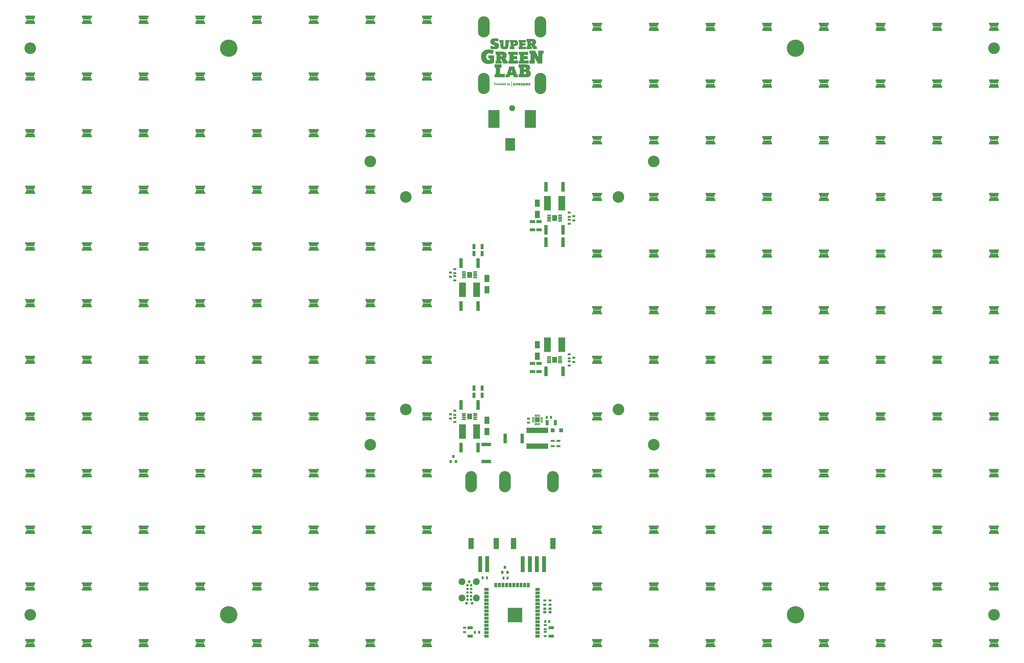
<source format=gts>
%FSLAX25Y25*%
%MOIN*%
G70*
G01*
G75*
G04 Layer_Color=8388736*
%ADD10C,0.01969*%
%ADD11C,0.03543*%
%ADD12R,0.03543X0.02362*%
%ADD13R,0.02362X0.03543*%
%ADD14R,0.07087X0.03543*%
%ADD15R,0.03158X0.03827*%
%ADD16R,0.05118X0.21654*%
%ADD17R,0.07087X0.15354*%
%ADD18R,0.03543X0.05906*%
%ADD19R,0.05906X0.03543*%
%ADD20R,0.19685X0.19685*%
%ADD21R,0.03543X0.07087*%
%ADD22R,0.05118X0.02756*%
%ADD23R,0.06693X0.09843*%
%ADD24R,0.04803X0.04921*%
%ADD25C,0.03150*%
%ADD26R,0.15354X0.24410*%
%ADD27R,0.12992X0.17323*%
%ADD28R,0.09252X0.20079*%
%ADD29R,0.29528X0.07087*%
%ADD30R,0.01378X0.02165*%
%ADD31R,0.11024X0.04921*%
%ADD32R,0.04724X0.13386*%
%ADD33R,0.06693X0.07874*%
%ADD34R,0.05315X0.01772*%
%ADD35R,0.06693X0.06693*%
%ADD36R,0.01181X0.03150*%
%ADD37R,0.03150X0.01181*%
%ADD38R,0.13386X0.04724*%
%ADD39R,0.03543X0.03150*%
%ADD40C,0.00100*%
%ADD41C,0.00591*%
%ADD42C,0.03937*%
%ADD43C,0.02362*%
%ADD44C,0.04331*%
%ADD45C,0.01181*%
%ADD46C,0.01575*%
%ADD47C,0.02756*%
%ADD48C,0.04724*%
%ADD49C,0.05906*%
%ADD50C,0.03150*%
%ADD51C,0.03543*%
%ADD52C,0.09055*%
%ADD53C,0.07874*%
%ADD54O,0.15748X0.29134*%
%ADD55C,0.15748*%
%ADD56C,0.23622*%
%ADD57C,0.00984*%
%ADD58C,0.00787*%
%ADD59C,0.01000*%
%ADD60R,0.15748X0.15748*%
%ADD61R,0.00984X0.01772*%
%ADD62R,0.10630X0.04528*%
%ADD63R,0.06299X0.06299*%
%ADD64R,0.03937X0.02756*%
%ADD65R,0.02756X0.03937*%
%ADD66R,0.07480X0.03937*%
%ADD67R,0.03551X0.04221*%
%ADD68R,0.05512X0.22047*%
%ADD69R,0.07480X0.15748*%
%ADD70R,0.03937X0.06299*%
%ADD71R,0.06299X0.03937*%
%ADD72R,0.20079X0.20079*%
%ADD73R,0.03937X0.07480*%
%ADD74R,0.05512X0.03150*%
%ADD75R,0.07087X0.10236*%
%ADD76R,0.05197X0.05315*%
%ADD77R,0.15748X0.24803*%
%ADD78R,0.13386X0.17716*%
%ADD79R,0.09646X0.20472*%
%ADD80R,0.29921X0.07480*%
%ADD81R,0.01772X0.02559*%
%ADD82R,0.11417X0.05315*%
%ADD83R,0.05118X0.13780*%
%ADD84R,0.07087X0.08268*%
%ADD85R,0.05709X0.02165*%
%ADD86R,0.07087X0.07087*%
%ADD87R,0.01575X0.03543*%
%ADD88R,0.03543X0.01575*%
%ADD89R,0.13780X0.05118*%
%ADD90R,0.03937X0.03543*%
%ADD91C,0.03937*%
%ADD92C,0.09449*%
%ADD93C,0.08268*%
%ADD94O,0.16142X0.29528*%
%ADD95C,0.16142*%
%ADD96C,0.24016*%
D40*
X-25550Y407366D02*
X-22350D01*
X-26150Y407266D02*
X-21650D01*
X-26550Y407166D02*
X-21050D01*
X-26850Y407066D02*
X-20650D01*
X-27150Y406966D02*
X-20250D01*
X-27450Y406866D02*
X-19850D01*
X-27650Y406766D02*
X-19450D01*
X-27850Y406666D02*
X-19150D01*
X-28050Y406566D02*
X-18850D01*
X-28250Y406466D02*
X-18750D01*
X20150D02*
X29050D01*
X-28350Y406366D02*
X-18750D01*
X20150D02*
X29550D01*
X-28550Y406266D02*
X-18850D01*
X20150D02*
X29950D01*
X-28650Y406166D02*
X-18850D01*
X20150D02*
X30250D01*
X-28750Y406066D02*
X-18850D01*
X20150D02*
X30450D01*
X-28850Y405966D02*
X-18950D01*
X20150D02*
X30750D01*
X-28950Y405866D02*
X-18950D01*
X20150D02*
X30950D01*
X-29050Y405766D02*
X-18950D01*
X20150D02*
X31150D01*
X-29150Y405666D02*
X-18950D01*
X20150D02*
X31250D01*
X-29250Y405566D02*
X-19050D01*
X20150D02*
X31450D01*
X-29350Y405466D02*
X-19050D01*
X20150D02*
X31550D01*
X-29450Y405366D02*
X-19050D01*
X20150D02*
X31650D01*
X-29450Y405266D02*
X-19150D01*
X20150D02*
X31750D01*
X-29550Y405166D02*
X-19150D01*
X20150D02*
X31850D01*
X-29650Y405066D02*
X-19150D01*
X20150D02*
X31950D01*
X-29650Y404966D02*
X-19250D01*
X-17550D02*
X-12250D01*
X-9250D02*
X-4150D01*
X-3150D02*
X4050D01*
X8950D02*
X18750D01*
X20150D02*
X32050D01*
X-29750Y404866D02*
X-19250D01*
X-17550D02*
X-12350D01*
X-9250D02*
X-4150D01*
X-3150D02*
X4750D01*
X8950D02*
X18750D01*
X20150D02*
X32150D01*
X-29750Y404766D02*
X-19250D01*
X-17550D02*
X-12350D01*
X-9250D02*
X-4150D01*
X-3150D02*
X5150D01*
X8950D02*
X18750D01*
X20150D02*
X32250D01*
X-29850Y404666D02*
X-19350D01*
X-17550D02*
X-12350D01*
X-9250D02*
X-4150D01*
X-3150D02*
X5450D01*
X8950D02*
X18750D01*
X20150D02*
X32350D01*
X-29850Y404566D02*
X-19350D01*
X-17550D02*
X-12350D01*
X-9250D02*
X-4150D01*
X-3150D02*
X5650D01*
X8950D02*
X18750D01*
X20150D02*
X32350D01*
X-29850Y404466D02*
X-19350D01*
X-17550D02*
X-12350D01*
X-9250D02*
X-4150D01*
X-3150D02*
X5950D01*
X8950D02*
X18750D01*
X20150D02*
X32450D01*
X-29950Y404366D02*
X-19450D01*
X-17550D02*
X-12350D01*
X-9250D02*
X-4150D01*
X-3150D02*
X6150D01*
X8950D02*
X18750D01*
X20150D02*
X32450D01*
X-29950Y404266D02*
X-19450D01*
X-17550D02*
X-12350D01*
X-9250D02*
X-4150D01*
X-3150D02*
X6250D01*
X8950D02*
X18750D01*
X20150D02*
X32550D01*
X-29950Y404166D02*
X-19450D01*
X-17550D02*
X-12350D01*
X-9250D02*
X-4150D01*
X-3150D02*
X6450D01*
X8950D02*
X18750D01*
X20150D02*
X32550D01*
X-30050Y404066D02*
X-19550D01*
X-17550D02*
X-12350D01*
X-9250D02*
X-4150D01*
X-3150D02*
X6550D01*
X8950D02*
X18750D01*
X20150D02*
X32650D01*
X-30050Y403966D02*
X-19550D01*
X-17550D02*
X-12350D01*
X-9250D02*
X-4150D01*
X-3150D02*
X6750D01*
X8950D02*
X18750D01*
X20150D02*
X32650D01*
X-30050Y403866D02*
X-24050D01*
X-22450D02*
X-19550D01*
X-17550D02*
X-12350D01*
X-9250D02*
X-4150D01*
X-3150D02*
X6850D01*
X8950D02*
X18750D01*
X20150D02*
X32750D01*
X-30050Y403766D02*
X-24350D01*
X-21850D02*
X-19550D01*
X-17550D02*
X-12350D01*
X-9250D02*
X-4150D01*
X-3150D02*
X6950D01*
X8950D02*
X18750D01*
X20150D02*
X32750D01*
X-30050Y403666D02*
X-24550D01*
X-21450D02*
X-19650D01*
X-17550D02*
X-12350D01*
X-9250D02*
X-4150D01*
X-3150D02*
X7050D01*
X8950D02*
X18750D01*
X20150D02*
X32750D01*
X-30150Y403566D02*
X-24650D01*
X-21050D02*
X-19650D01*
X-17550D02*
X-12350D01*
X-9250D02*
X-4150D01*
X-3150D02*
X7150D01*
X8950D02*
X18750D01*
X20150D02*
X32850D01*
X-30150Y403466D02*
X-24750D01*
X-20750D02*
X-19650D01*
X-17550D02*
X-12350D01*
X-9250D02*
X-4150D01*
X-3150D02*
X7150D01*
X8950D02*
X18750D01*
X20150D02*
X32850D01*
X-30150Y403366D02*
X-24850D01*
X-20450D02*
X-19750D01*
X-17550D02*
X-12350D01*
X-9250D02*
X-4150D01*
X-3150D02*
X7250D01*
X8950D02*
X18750D01*
X20150D02*
X32850D01*
X-30150Y403266D02*
X-24850D01*
X-20150D02*
X-19750D01*
X-17550D02*
X-12350D01*
X-9250D02*
X-4150D01*
X-3150D02*
X7350D01*
X8950D02*
X18750D01*
X21450D02*
X32850D01*
X-30150Y403166D02*
X-24850D01*
X-19950D02*
X-19750D01*
X-17550D02*
X-12350D01*
X-9250D02*
X-4150D01*
X-3150D02*
X7450D01*
X8950D02*
X18750D01*
X21450D02*
X32950D01*
X-30150Y403066D02*
X-24850D01*
X-17550D02*
X-12350D01*
X-9250D02*
X-4150D01*
X-3150D02*
X7450D01*
X8950D02*
X18750D01*
X21450D02*
X25750D01*
X27650D02*
X32950D01*
X-30150Y402966D02*
X-24850D01*
X-17550D02*
X-12350D01*
X-9250D02*
X-4150D01*
X-3150D02*
X7550D01*
X8950D02*
X18750D01*
X21450D02*
X25750D01*
X27850D02*
X32950D01*
X-30150Y402866D02*
X-24850D01*
X-17550D02*
X-12350D01*
X-9250D02*
X-4150D01*
X-3150D02*
X7550D01*
X8950D02*
X18750D01*
X21450D02*
X25750D01*
X28050D02*
X32950D01*
X-30150Y402766D02*
X-24850D01*
X-17550D02*
X-12350D01*
X-9250D02*
X-4150D01*
X-3150D02*
X7650D01*
X8950D02*
X18750D01*
X21450D02*
X25750D01*
X28150D02*
X32950D01*
X-30150Y402666D02*
X-24850D01*
X-17550D02*
X-12350D01*
X-9250D02*
X-4150D01*
X-3150D02*
X7650D01*
X8950D02*
X18750D01*
X21450D02*
X25750D01*
X28250D02*
X32950D01*
X-30150Y402566D02*
X-24750D01*
X-17550D02*
X-12350D01*
X-9250D02*
X-4150D01*
X-3150D02*
X7750D01*
X8950D02*
X18750D01*
X21450D02*
X25750D01*
X28250D02*
X32950D01*
X-30150Y402466D02*
X-24650D01*
X-17550D02*
X-12350D01*
X-9250D02*
X-4150D01*
X-3150D02*
X7750D01*
X8950D02*
X18750D01*
X21450D02*
X25750D01*
X28350D02*
X33050D01*
X-30150Y402366D02*
X-24450D01*
X-17550D02*
X-12350D01*
X-9250D02*
X-4150D01*
X-3150D02*
X7750D01*
X8950D02*
X18750D01*
X21450D02*
X25750D01*
X28350D02*
X33050D01*
X-30150Y402266D02*
X-24350D01*
X-17550D02*
X-12350D01*
X-9250D02*
X-4150D01*
X-3150D02*
X7850D01*
X8950D02*
X18750D01*
X21450D02*
X25750D01*
X28350D02*
X33050D01*
X-30150Y402166D02*
X-24050D01*
X-17550D02*
X-12350D01*
X-9250D02*
X-4150D01*
X-3150D02*
X7850D01*
X8950D02*
X18750D01*
X21450D02*
X25750D01*
X28350D02*
X33050D01*
X-30050Y402066D02*
X-23850D01*
X-16350D02*
X-12350D01*
X-9250D02*
X-5350D01*
X-1950D02*
X7850D01*
X10150D02*
X18750D01*
X21450D02*
X25750D01*
X28350D02*
X33050D01*
X-30050Y401966D02*
X-23550D01*
X-16350D02*
X-12350D01*
X-9250D02*
X-5350D01*
X-1950D02*
X7850D01*
X10150D02*
X18750D01*
X21450D02*
X25750D01*
X28350D02*
X33050D01*
X-30050Y401866D02*
X-23250D01*
X-16350D02*
X-12350D01*
X-9250D02*
X-5350D01*
X-1950D02*
X1850D01*
X3550D02*
X7950D01*
X10150D02*
X14150D01*
X21450D02*
X25750D01*
X28350D02*
X33050D01*
X-30050Y401766D02*
X-22950D01*
X-16350D02*
X-12350D01*
X-9250D02*
X-5350D01*
X-1950D02*
X1850D01*
X3750D02*
X7950D01*
X10150D02*
X14150D01*
X21450D02*
X25750D01*
X28350D02*
X32950D01*
X-30050Y401666D02*
X-22650D01*
X-16350D02*
X-12350D01*
X-9250D02*
X-5350D01*
X-1950D02*
X1850D01*
X3850D02*
X7950D01*
X10150D02*
X14150D01*
X21450D02*
X25750D01*
X28350D02*
X32950D01*
X-29950Y401566D02*
X-22350D01*
X-16350D02*
X-12350D01*
X-9250D02*
X-5350D01*
X-1950D02*
X1850D01*
X3950D02*
X7950D01*
X10150D02*
X14150D01*
X21450D02*
X25750D01*
X28350D02*
X32950D01*
X-29950Y401466D02*
X-22050D01*
X-16350D02*
X-12350D01*
X-9250D02*
X-5350D01*
X-1950D02*
X1850D01*
X4050D02*
X7950D01*
X10150D02*
X14150D01*
X21450D02*
X25750D01*
X28250D02*
X32950D01*
X-29950Y401366D02*
X-21750D01*
X-16350D02*
X-12350D01*
X-9250D02*
X-5350D01*
X-1950D02*
X1850D01*
X4050D02*
X7950D01*
X10150D02*
X14150D01*
X21450D02*
X25750D01*
X28250D02*
X32950D01*
X-29950Y401266D02*
X-21550D01*
X-16350D02*
X-12350D01*
X-9250D02*
X-5350D01*
X-1950D02*
X1850D01*
X4150D02*
X7950D01*
X10150D02*
X14150D01*
X21450D02*
X25750D01*
X28150D02*
X32950D01*
X-29850Y401166D02*
X-21250D01*
X-16350D02*
X-12350D01*
X-9250D02*
X-5350D01*
X-1950D02*
X1850D01*
X4150D02*
X7950D01*
X10150D02*
X14150D01*
X21450D02*
X25750D01*
X28050D02*
X32950D01*
X-29850Y401066D02*
X-21050D01*
X-16350D02*
X-12350D01*
X-9250D02*
X-5350D01*
X-1950D02*
X1850D01*
X4150D02*
X7950D01*
X10150D02*
X14150D01*
X21450D02*
X25750D01*
X27950D02*
X32850D01*
X-29750Y400966D02*
X-20850D01*
X-16350D02*
X-12350D01*
X-9250D02*
X-5350D01*
X-1950D02*
X1850D01*
X4150D02*
X7950D01*
X10150D02*
X14150D01*
X21450D02*
X25750D01*
X27750D02*
X32850D01*
X-29750Y400866D02*
X-20650D01*
X-16350D02*
X-12350D01*
X-9250D02*
X-5350D01*
X-1950D02*
X1850D01*
X4150D02*
X7950D01*
X10150D02*
X14150D01*
X21450D02*
X25750D01*
X27350D02*
X32850D01*
X-29650Y400766D02*
X-20550D01*
X-16350D02*
X-12350D01*
X-9250D02*
X-5350D01*
X-1950D02*
X1850D01*
X4150D02*
X7950D01*
X10150D02*
X14150D01*
X21450D02*
X32850D01*
X-29650Y400666D02*
X-20350D01*
X-16350D02*
X-12350D01*
X-9250D02*
X-5350D01*
X-1950D02*
X1850D01*
X4150D02*
X7950D01*
X10150D02*
X14150D01*
X21450D02*
X32750D01*
X-29550Y400566D02*
X-20150D01*
X-16350D02*
X-12350D01*
X-9250D02*
X-5350D01*
X-1950D02*
X1850D01*
X4150D02*
X7950D01*
X10150D02*
X18150D01*
X21450D02*
X32750D01*
X-29550Y400466D02*
X-20050D01*
X-16350D02*
X-12350D01*
X-9250D02*
X-5350D01*
X-1950D02*
X1850D01*
X4050D02*
X7950D01*
X10150D02*
X18150D01*
X21450D02*
X32650D01*
X-29450Y400366D02*
X-19950D01*
X-16350D02*
X-12350D01*
X-9250D02*
X-5350D01*
X-1950D02*
X1850D01*
X4050D02*
X7950D01*
X10150D02*
X18150D01*
X21450D02*
X32650D01*
X-29350Y400266D02*
X-19850D01*
X-16350D02*
X-12350D01*
X-9250D02*
X-5350D01*
X-1950D02*
X1850D01*
X3950D02*
X7950D01*
X10150D02*
X18150D01*
X21450D02*
X32550D01*
X-29350Y400166D02*
X-19650D01*
X-16350D02*
X-12350D01*
X-9250D02*
X-5350D01*
X-1950D02*
X1850D01*
X3950D02*
X7950D01*
X10150D02*
X18150D01*
X21450D02*
X32550D01*
X-29250Y400066D02*
X-19550D01*
X-16350D02*
X-12350D01*
X-9250D02*
X-5350D01*
X-1950D02*
X1850D01*
X3850D02*
X7950D01*
X10150D02*
X18150D01*
X21450D02*
X32450D01*
X-29150Y399966D02*
X-19450D01*
X-16350D02*
X-12350D01*
X-9250D02*
X-5350D01*
X-1950D02*
X1850D01*
X3650D02*
X7850D01*
X10150D02*
X18150D01*
X21450D02*
X32350D01*
X-29050Y399866D02*
X-19350D01*
X-16350D02*
X-12350D01*
X-9250D02*
X-5350D01*
X-1950D02*
X1850D01*
X3350D02*
X7850D01*
X10150D02*
X18150D01*
X21450D02*
X32250D01*
X-28950Y399766D02*
X-19350D01*
X-16350D02*
X-12350D01*
X-9250D02*
X-5350D01*
X-1950D02*
X7850D01*
X10150D02*
X18150D01*
X21450D02*
X32150D01*
X-28750Y399666D02*
X-19250D01*
X-16350D02*
X-12350D01*
X-9250D02*
X-5350D01*
X-1950D02*
X7850D01*
X10150D02*
X18150D01*
X21450D02*
X32050D01*
X-28650Y399566D02*
X-19150D01*
X-16350D02*
X-12350D01*
X-9250D02*
X-5350D01*
X-1950D02*
X7850D01*
X10150D02*
X18150D01*
X21450D02*
X31950D01*
X-28550Y399466D02*
X-19050D01*
X-16350D02*
X-12350D01*
X-9250D02*
X-5350D01*
X-1950D02*
X7750D01*
X10150D02*
X18150D01*
X21450D02*
X31850D01*
X-28350Y399366D02*
X-19050D01*
X-16350D02*
X-12350D01*
X-9250D02*
X-5350D01*
X-1950D02*
X7750D01*
X10150D02*
X18150D01*
X21450D02*
X31750D01*
X-28250Y399266D02*
X-18950D01*
X-16350D02*
X-12350D01*
X-9250D02*
X-5350D01*
X-1950D02*
X7750D01*
X10150D02*
X18150D01*
X21450D02*
X31550D01*
X-28050Y399166D02*
X-18950D01*
X-16350D02*
X-12350D01*
X-9250D02*
X-5350D01*
X-1950D02*
X7650D01*
X10150D02*
X18150D01*
X21450D02*
X31450D01*
X-27850Y399066D02*
X-18850D01*
X-16350D02*
X-12350D01*
X-9250D02*
X-5350D01*
X-1950D02*
X7650D01*
X10150D02*
X18150D01*
X21450D02*
X31250D01*
X-27650Y398966D02*
X-18850D01*
X-16350D02*
X-12350D01*
X-9250D02*
X-5350D01*
X-1950D02*
X7550D01*
X10150D02*
X18150D01*
X21450D02*
X31050D01*
X-27450Y398866D02*
X-18850D01*
X-16350D02*
X-12350D01*
X-9250D02*
X-5350D01*
X-1950D02*
X7550D01*
X10150D02*
X18150D01*
X21450D02*
X31050D01*
X-27250Y398766D02*
X-18750D01*
X-16350D02*
X-12350D01*
X-9250D02*
X-5350D01*
X-1950D02*
X7450D01*
X10150D02*
X18150D01*
X21450D02*
X31250D01*
X-26950Y398666D02*
X-18750D01*
X-16350D02*
X-12350D01*
X-9250D02*
X-5350D01*
X-1950D02*
X7450D01*
X10150D02*
X18150D01*
X21450D02*
X31350D01*
X-26650Y398566D02*
X-18750D01*
X-16350D02*
X-12350D01*
X-9250D02*
X-5350D01*
X-1950D02*
X7350D01*
X10150D02*
X18150D01*
X21450D02*
X31450D01*
X-26450Y398466D02*
X-18650D01*
X-16350D02*
X-12350D01*
X-9250D02*
X-5350D01*
X-1950D02*
X7250D01*
X10150D02*
X18150D01*
X21450D02*
X31550D01*
X-26150Y398366D02*
X-18650D01*
X-16350D02*
X-12350D01*
X-9250D02*
X-5350D01*
X-1950D02*
X7250D01*
X10150D02*
X18150D01*
X21450D02*
X31550D01*
X-25850Y398266D02*
X-18650D01*
X-16350D02*
X-12350D01*
X-9250D02*
X-5350D01*
X-1950D02*
X7150D01*
X10150D02*
X18150D01*
X21450D02*
X31650D01*
X-25550Y398166D02*
X-18650D01*
X-16350D02*
X-12350D01*
X-9250D02*
X-5350D01*
X-1950D02*
X7050D01*
X10150D02*
X18150D01*
X21450D02*
X31750D01*
X-25250Y398066D02*
X-18650D01*
X-16350D02*
X-12350D01*
X-9250D02*
X-5350D01*
X-1950D02*
X6950D01*
X10150D02*
X18150D01*
X21450D02*
X31750D01*
X-24950Y397966D02*
X-18650D01*
X-16350D02*
X-12350D01*
X-9250D02*
X-5350D01*
X-1950D02*
X6850D01*
X10150D02*
X18150D01*
X21450D02*
X31850D01*
X-24750Y397866D02*
X-18550D01*
X-16350D02*
X-12350D01*
X-9250D02*
X-5350D01*
X-1950D02*
X6650D01*
X10150D02*
X18150D01*
X21450D02*
X25750D01*
X26650D02*
X31850D01*
X-24550Y397766D02*
X-18550D01*
X-16350D02*
X-12350D01*
X-9250D02*
X-5350D01*
X-1950D02*
X6550D01*
X10150D02*
X18150D01*
X21450D02*
X25750D01*
X26750D02*
X31950D01*
X-24350Y397666D02*
X-18550D01*
X-16350D02*
X-12350D01*
X-9250D02*
X-5350D01*
X-1950D02*
X6350D01*
X10150D02*
X18150D01*
X21450D02*
X25750D01*
X26850D02*
X31950D01*
X-24150Y397566D02*
X-18550D01*
X-16350D02*
X-12350D01*
X-9250D02*
X-5350D01*
X-1950D02*
X6150D01*
X10150D02*
X18150D01*
X21450D02*
X25750D01*
X26950D02*
X32050D01*
X-24050Y397466D02*
X-18550D01*
X-16350D02*
X-12250D01*
X-9250D02*
X-5350D01*
X-1950D02*
X5950D01*
X10150D02*
X14150D01*
X21450D02*
X25750D01*
X27050D02*
X32050D01*
X-24050Y397366D02*
X-18550D01*
X-16350D02*
X-12250D01*
X-9250D02*
X-5350D01*
X-1950D02*
X5650D01*
X10150D02*
X14150D01*
X21450D02*
X25750D01*
X27150D02*
X32150D01*
X-23950Y397266D02*
X-18550D01*
X-16350D02*
X-12250D01*
X-9250D02*
X-5350D01*
X-1950D02*
X5350D01*
X10150D02*
X14150D01*
X21450D02*
X25750D01*
X27150D02*
X32150D01*
X-23950Y397166D02*
X-18550D01*
X-16350D02*
X-12250D01*
X-9250D02*
X-5350D01*
X-1950D02*
X4950D01*
X10150D02*
X14150D01*
X21450D02*
X25750D01*
X27250D02*
X32150D01*
X-29950Y397066D02*
X-29750D01*
X-23850D02*
X-18550D01*
X-16350D02*
X-12250D01*
X-9350D02*
X-5350D01*
X-1950D02*
X4250D01*
X10150D02*
X14150D01*
X21450D02*
X25750D01*
X27350D02*
X32250D01*
X-29950Y396966D02*
X-29450D01*
X-23850D02*
X-18550D01*
X-16250D02*
X-12250D01*
X-9350D02*
X-5350D01*
X-1950D02*
X1850D01*
X10150D02*
X14150D01*
X21450D02*
X25750D01*
X27350D02*
X32250D01*
X-29950Y396866D02*
X-29150D01*
X-23850D02*
X-18550D01*
X-16250D02*
X-12250D01*
X-9350D02*
X-5350D01*
X-1950D02*
X1850D01*
X10150D02*
X14150D01*
X21450D02*
X25750D01*
X27450D02*
X32350D01*
X-29950Y396766D02*
X-28850D01*
X-23950D02*
X-18550D01*
X-16250D02*
X-12150D01*
X-9350D02*
X-5350D01*
X-1950D02*
X1850D01*
X10150D02*
X14150D01*
X21450D02*
X25750D01*
X27450D02*
X32350D01*
X-29950Y396666D02*
X-28550D01*
X-23950D02*
X-18550D01*
X-16250D02*
X-12150D01*
X-9450D02*
X-5450D01*
X-1950D02*
X1850D01*
X10150D02*
X14150D01*
X21450D02*
X25750D01*
X27550D02*
X32450D01*
X-29950Y396566D02*
X-28250D01*
X-23950D02*
X-18550D01*
X-16250D02*
X-12150D01*
X-9450D02*
X-5450D01*
X-1950D02*
X1850D01*
X10150D02*
X14150D01*
X21450D02*
X25750D01*
X27550D02*
X32550D01*
X-29950Y396466D02*
X-27950D01*
X-24050D02*
X-18550D01*
X-16250D02*
X-12050D01*
X-9450D02*
X-5450D01*
X-1950D02*
X1850D01*
X10150D02*
X14150D01*
X21450D02*
X25750D01*
X27650D02*
X32550D01*
X-29950Y396366D02*
X-27650D01*
X-24150D02*
X-18650D01*
X-16250D02*
X-11950D01*
X-9550D02*
X-5450D01*
X-1950D02*
X1850D01*
X10150D02*
X14150D01*
X21450D02*
X25750D01*
X27650D02*
X32650D01*
X-29950Y396266D02*
X-27250D01*
X-24350D02*
X-18650D01*
X-16250D02*
X-11950D01*
X-9650D02*
X-5450D01*
X-1950D02*
X1850D01*
X10150D02*
X14150D01*
X21450D02*
X25750D01*
X27650D02*
X32750D01*
X-29950Y396166D02*
X-26750D01*
X-24550D02*
X-18650D01*
X-16150D02*
X-11850D01*
X-9750D02*
X-5450D01*
X-1950D02*
X1850D01*
X10150D02*
X14150D01*
X21450D02*
X25750D01*
X27750D02*
X32850D01*
X-29950Y396066D02*
X-18650D01*
X-16150D02*
X-11650D01*
X-9850D02*
X-5450D01*
X-1950D02*
X1850D01*
X10150D02*
X14150D01*
X21450D02*
X25750D01*
X27750D02*
X33050D01*
X-29950Y395966D02*
X-18650D01*
X-16150D02*
X-11450D01*
X-10150D02*
X-5550D01*
X-1950D02*
X1850D01*
X10150D02*
X14150D01*
X20150D02*
X20250D01*
X21450D02*
X25750D01*
X27850D02*
X33450D01*
X-29950Y395866D02*
X-18650D01*
X-16150D02*
X-5550D01*
X-1950D02*
X1850D01*
X10150D02*
X14150D01*
X20150D02*
X26950D01*
X27850D02*
X34150D01*
X-29950Y395766D02*
X-18750D01*
X-16150D02*
X-5550D01*
X-1950D02*
X1850D01*
X10150D02*
X19050D01*
X20150D02*
X26950D01*
X27850D02*
X34050D01*
X-29950Y395666D02*
X-18750D01*
X-16050D02*
X-5550D01*
X-1950D02*
X1850D01*
X10150D02*
X19050D01*
X20150D02*
X26950D01*
X27950D02*
X34050D01*
X-29950Y395566D02*
X-18750D01*
X-16050D02*
X-5650D01*
X-3150D02*
X3150D01*
X8950D02*
X19050D01*
X20150D02*
X26950D01*
X27950D02*
X34050D01*
X-29950Y395466D02*
X-18750D01*
X-16050D02*
X-5650D01*
X-3150D02*
X3050D01*
X8950D02*
X19050D01*
X20150D02*
X26950D01*
X27950D02*
X34050D01*
X-29950Y395366D02*
X-18850D01*
X-15950D02*
X-5650D01*
X-3150D02*
X3050D01*
X8950D02*
X19050D01*
X20150D02*
X26950D01*
X28050D02*
X34050D01*
X-29950Y395266D02*
X-18850D01*
X-15950D02*
X-5750D01*
X-3150D02*
X3050D01*
X8950D02*
X19050D01*
X20150D02*
X26950D01*
X28050D02*
X34050D01*
X-29950Y395166D02*
X-18950D01*
X-15950D02*
X-5750D01*
X-3150D02*
X3050D01*
X8950D02*
X19050D01*
X20150D02*
X26950D01*
X28150D02*
X34050D01*
X-29950Y395066D02*
X-18950D01*
X-15850D02*
X-5750D01*
X-3150D02*
X3050D01*
X8950D02*
X19050D01*
X20150D02*
X26950D01*
X28150D02*
X34050D01*
X-29950Y394966D02*
X-18950D01*
X-15850D02*
X-5850D01*
X-3150D02*
X3050D01*
X8950D02*
X19050D01*
X20150D02*
X26950D01*
X28150D02*
X34050D01*
X-29950Y394866D02*
X-19050D01*
X-15850D02*
X-5850D01*
X-3150D02*
X3050D01*
X8950D02*
X19050D01*
X20150D02*
X26950D01*
X28250D02*
X34050D01*
X-29950Y394766D02*
X-19050D01*
X-15750D02*
X-5950D01*
X-3150D02*
X3050D01*
X8950D02*
X19050D01*
X20150D02*
X26950D01*
X28250D02*
X34050D01*
X-29950Y394666D02*
X-19150D01*
X-15750D02*
X-5950D01*
X-3150D02*
X3050D01*
X8950D02*
X19050D01*
X20150D02*
X26950D01*
X28350D02*
X34050D01*
X-29950Y394566D02*
X-19150D01*
X-15650D02*
X-6050D01*
X-3150D02*
X3050D01*
X8950D02*
X19050D01*
X20150D02*
X26950D01*
X28350D02*
X34050D01*
X-29950Y394466D02*
X-19250D01*
X-15550D02*
X-6050D01*
X-3150D02*
X3050D01*
X8950D02*
X19050D01*
X20150D02*
X26950D01*
X28450D02*
X34050D01*
X-29950Y394366D02*
X-19350D01*
X-15550D02*
X-6150D01*
X-3150D02*
X3050D01*
X8950D02*
X19050D01*
X20150D02*
X26950D01*
X28450D02*
X34050D01*
X-29950Y394266D02*
X-19350D01*
X-15450D02*
X-6150D01*
X-3150D02*
X3050D01*
X8950D02*
X19050D01*
X20150D02*
X26950D01*
X28550D02*
X34050D01*
X-29950Y394166D02*
X-19450D01*
X-15350D02*
X-6250D01*
X-3150D02*
X3050D01*
X8950D02*
X19050D01*
X20150D02*
X26950D01*
X28550D02*
X34050D01*
X-29950Y394066D02*
X-19550D01*
X-15350D02*
X-6350D01*
X-3150D02*
X3050D01*
X8950D02*
X19050D01*
X20150D02*
X26950D01*
X28650D02*
X34050D01*
X-29950Y393966D02*
X-19650D01*
X-15250D02*
X-6450D01*
X-3150D02*
X3050D01*
X8950D02*
X19050D01*
X20150D02*
X26950D01*
X28650D02*
X34050D01*
X-29950Y393866D02*
X-19750D01*
X-15150D02*
X-6450D01*
X-3150D02*
X3050D01*
X8950D02*
X19050D01*
X20150D02*
X26950D01*
X28750D02*
X34050D01*
X-29950Y393766D02*
X-19850D01*
X-15050D02*
X-6550D01*
X-3150D02*
X3050D01*
X8950D02*
X19050D01*
X20150D02*
X26950D01*
X28850D02*
X34050D01*
X-29950Y393666D02*
X-19950D01*
X-14950D02*
X-6650D01*
X-3150D02*
X3050D01*
X8950D02*
X19050D01*
X20150D02*
X26950D01*
X28850D02*
X34050D01*
X-29950Y393566D02*
X-20050D01*
X-14850D02*
X-6750D01*
X-3150D02*
X3050D01*
X8950D02*
X19050D01*
X20150D02*
X26950D01*
X28950D02*
X34050D01*
X-29950Y393466D02*
X-20250D01*
X-14750D02*
X-6950D01*
X-3150D02*
X3050D01*
X8950D02*
X19050D01*
X20150D02*
X26950D01*
X29050D02*
X34050D01*
X-29950Y393366D02*
X-20350D01*
X-14550D02*
X-7050D01*
X-3150D02*
X3050D01*
X8950D02*
X19050D01*
X20150D02*
X26950D01*
X29150D02*
X34050D01*
X-29950Y393266D02*
X-20550D01*
X-14450D02*
X-7150D01*
X-3150D02*
X3050D01*
X8950D02*
X19050D01*
X20150D02*
X26950D01*
X29250D02*
X34050D01*
X-29750Y393166D02*
X-20750D01*
X-14250D02*
X-7350D01*
X-3150D02*
X3050D01*
X8950D02*
X19050D01*
X20150D02*
X26950D01*
X29350D02*
X34050D01*
X-29450Y393066D02*
X-20850D01*
X-14050D02*
X-7550D01*
X-3150D02*
X3050D01*
X8950D02*
X19050D01*
X20150D02*
X26950D01*
X29550D02*
X34050D01*
X-29050Y392966D02*
X-21150D01*
X-13850D02*
X-7750D01*
X-3150D02*
X3050D01*
X8950D02*
X19050D01*
X20150D02*
X26950D01*
X29650D02*
X34050D01*
X-28650Y392866D02*
X-21350D01*
X-13650D02*
X-7950D01*
X-3150D02*
X3050D01*
X8950D02*
X19050D01*
X20150D02*
X26950D01*
X29950D02*
X34050D01*
X-28250Y392766D02*
X-21650D01*
X-13350D02*
X-8250D01*
X-3150D02*
X3150D01*
X8950D02*
X19050D01*
X20150D02*
X26950D01*
X30350D02*
X34150D01*
X-27750Y392666D02*
X-21950D01*
X-13050D02*
X-8550D01*
X-27250Y392566D02*
X-22350D01*
X-12550D02*
X-8950D01*
X-26450Y392466D02*
X-22950D01*
X-11850D02*
X-9750D01*
X-33850Y391866D02*
X-31450D01*
X-34750Y391766D02*
X-30550D01*
X-35350Y391666D02*
X-30050D01*
X-35850Y391566D02*
X-29550D01*
X-36250Y391466D02*
X-29150D01*
X-36550Y391366D02*
X-28750D01*
X-36850Y391266D02*
X-28350D01*
X-37150Y391166D02*
X-28050D01*
X-37350Y391066D02*
X-27750D01*
X-37650Y390966D02*
X-27550D01*
X-37850Y390866D02*
X-27250D01*
X-38050Y390766D02*
X-27050D01*
X-38250Y390666D02*
X-26750D01*
X-38450Y390566D02*
X-26550D01*
X-38650Y390466D02*
X-26350D01*
X-38750Y390366D02*
X-26150D01*
X-38950Y390266D02*
X-25950D01*
X24050D02*
X31650D01*
X36350D02*
X43350D01*
X-39150Y390166D02*
X-25750D01*
X24050D02*
X31750D01*
X36350D02*
X43350D01*
X-39250Y390066D02*
X-25650D01*
X24050D02*
X31750D01*
X36350D02*
X43350D01*
X-39350Y389966D02*
X-25750D01*
X24050D02*
X31850D01*
X36350D02*
X43350D01*
X-39550Y389866D02*
X-25850D01*
X24050D02*
X31850D01*
X36350D02*
X43350D01*
X-39650Y389766D02*
X-25850D01*
X24050D02*
X31950D01*
X36350D02*
X43350D01*
X-39750Y389666D02*
X-25850D01*
X24050D02*
X31950D01*
X36350D02*
X43350D01*
X-39850Y389566D02*
X-25950D01*
X24050D02*
X32050D01*
X36350D02*
X43350D01*
X-40050Y389466D02*
X-25950D01*
X24050D02*
X32050D01*
X36350D02*
X43350D01*
X-40150Y389366D02*
X-26050D01*
X24050D02*
X32150D01*
X36350D02*
X43350D01*
X-40250Y389266D02*
X-26050D01*
X24050D02*
X32150D01*
X36350D02*
X43350D01*
X-40350Y389166D02*
X-26150D01*
X24050D02*
X32250D01*
X36350D02*
X43350D01*
X-40450Y389066D02*
X-26150D01*
X24050D02*
X32250D01*
X36350D02*
X43350D01*
X-40550Y388966D02*
X-26250D01*
X-23050D02*
X-12650D01*
X24050D02*
X32350D01*
X36350D02*
X43350D01*
X-40650Y388866D02*
X-26250D01*
X-23050D02*
X-12050D01*
X24050D02*
X32350D01*
X36350D02*
X43350D01*
X-40750Y388766D02*
X-26350D01*
X-23050D02*
X-11650D01*
X24050D02*
X32450D01*
X36350D02*
X43350D01*
X-40850Y388666D02*
X-26350D01*
X-23050D02*
X-11250D01*
X24050D02*
X32450D01*
X36350D02*
X43350D01*
X-40850Y388566D02*
X-26350D01*
X-23050D02*
X-10950D01*
X-5150D02*
X7650D01*
X9450D02*
X22250D01*
X24050D02*
X32550D01*
X36350D02*
X43350D01*
X-40950Y388466D02*
X-26450D01*
X-23050D02*
X-10750D01*
X-5150D02*
X7650D01*
X9450D02*
X22250D01*
X24050D02*
X32550D01*
X36350D02*
X43350D01*
X-41050Y388366D02*
X-26450D01*
X-23050D02*
X-10550D01*
X-5150D02*
X7650D01*
X9450D02*
X22250D01*
X24050D02*
X32650D01*
X36350D02*
X43350D01*
X-41150Y388266D02*
X-26550D01*
X-23050D02*
X-10250D01*
X-5150D02*
X7650D01*
X9450D02*
X22250D01*
X24050D02*
X32750D01*
X36350D02*
X43350D01*
X-41150Y388166D02*
X-26550D01*
X-23050D02*
X-10150D01*
X-5150D02*
X7650D01*
X9450D02*
X22250D01*
X24050D02*
X32750D01*
X36350D02*
X43350D01*
X-41250Y388066D02*
X-26650D01*
X-23050D02*
X-9950D01*
X-5150D02*
X7650D01*
X9450D02*
X22250D01*
X24050D02*
X32850D01*
X36350D02*
X43350D01*
X-41350Y387966D02*
X-26650D01*
X-23050D02*
X-9750D01*
X-5150D02*
X7650D01*
X9450D02*
X22250D01*
X24050D02*
X32850D01*
X36350D02*
X43350D01*
X-41450Y387866D02*
X-26750D01*
X-23050D02*
X-9650D01*
X-5150D02*
X7650D01*
X9450D02*
X22250D01*
X24050D02*
X32950D01*
X36350D02*
X43350D01*
X-41450Y387766D02*
X-26750D01*
X-23050D02*
X-9550D01*
X-5150D02*
X7650D01*
X9450D02*
X22250D01*
X24050D02*
X32950D01*
X36350D02*
X43350D01*
X-41550Y387666D02*
X-26750D01*
X-23050D02*
X-9350D01*
X-5150D02*
X7650D01*
X9450D02*
X22250D01*
X24050D02*
X33050D01*
X36350D02*
X43350D01*
X-41650Y387566D02*
X-26850D01*
X-23050D02*
X-9250D01*
X-5150D02*
X7650D01*
X9450D02*
X22250D01*
X24050D02*
X33050D01*
X36350D02*
X43350D01*
X-41650Y387466D02*
X-26850D01*
X-23050D02*
X-9150D01*
X-5150D02*
X7650D01*
X9450D02*
X22250D01*
X24050D02*
X33150D01*
X36350D02*
X43350D01*
X-41750Y387366D02*
X-26950D01*
X-23050D02*
X-9050D01*
X-5150D02*
X7650D01*
X9450D02*
X22250D01*
X24050D02*
X33150D01*
X36350D02*
X43350D01*
X-41750Y387266D02*
X-26950D01*
X-23050D02*
X-8950D01*
X-5150D02*
X7650D01*
X9450D02*
X22250D01*
X24050D02*
X33250D01*
X36350D02*
X43350D01*
X-41850Y387166D02*
X-27050D01*
X-23050D02*
X-8850D01*
X-5150D02*
X7650D01*
X9450D02*
X22250D01*
X24050D02*
X33250D01*
X36350D02*
X43350D01*
X-41850Y387066D02*
X-27050D01*
X-23050D02*
X-8750D01*
X-5150D02*
X7650D01*
X9450D02*
X22250D01*
X24050D02*
X33350D01*
X36350D02*
X43350D01*
X-41950Y386966D02*
X-27150D01*
X-23050D02*
X-8650D01*
X-5150D02*
X7650D01*
X9450D02*
X22250D01*
X24050D02*
X33350D01*
X36350D02*
X43350D01*
X-41950Y386866D02*
X-32450D01*
X-31050D02*
X-27150D01*
X-23050D02*
X-8650D01*
X-5150D02*
X7650D01*
X9450D02*
X22250D01*
X24050D02*
X33450D01*
X36350D02*
X43350D01*
X-42050Y386766D02*
X-33050D01*
X-30350D02*
X-27250D01*
X-23050D02*
X-8550D01*
X-5150D02*
X7650D01*
X9450D02*
X22250D01*
X24050D02*
X33450D01*
X36350D02*
X43350D01*
X-42050Y386666D02*
X-33350D01*
X-29950D02*
X-27250D01*
X-23050D02*
X-8450D01*
X-5150D02*
X7650D01*
X9450D02*
X22250D01*
X24050D02*
X33550D01*
X36350D02*
X43350D01*
X-42150Y386566D02*
X-33650D01*
X-29650D02*
X-27250D01*
X-23050D02*
X-8450D01*
X-5150D02*
X7650D01*
X9450D02*
X22250D01*
X24050D02*
X33550D01*
X36350D02*
X43350D01*
X-42150Y386466D02*
X-33850D01*
X-29350D02*
X-27350D01*
X-23050D02*
X-8350D01*
X-5150D02*
X7650D01*
X9450D02*
X22250D01*
X24050D02*
X33650D01*
X36350D02*
X43350D01*
X-42250Y386366D02*
X-34050D01*
X-29150D02*
X-27350D01*
X-23050D02*
X-8350D01*
X-5150D02*
X7650D01*
X9450D02*
X22250D01*
X24050D02*
X33650D01*
X36350D02*
X43350D01*
X-42250Y386266D02*
X-34250D01*
X-28850D02*
X-27450D01*
X-23050D02*
X-8250D01*
X-5150D02*
X7650D01*
X9450D02*
X22250D01*
X24050D02*
X33750D01*
X36350D02*
X43350D01*
X-42250Y386166D02*
X-34350D01*
X-28650D02*
X-27450D01*
X-23050D02*
X-8250D01*
X-5150D02*
X7650D01*
X9450D02*
X22250D01*
X24050D02*
X33750D01*
X36350D02*
X43450D01*
X-42350Y386066D02*
X-34550D01*
X-28450D02*
X-27550D01*
X-23050D02*
X-8150D01*
X-5150D02*
X7650D01*
X9450D02*
X22250D01*
X25750D02*
X33850D01*
X36350D02*
X41650D01*
X-42350Y385966D02*
X-34650D01*
X-28250D02*
X-27550D01*
X-23050D02*
X-8150D01*
X-5150D02*
X7650D01*
X9450D02*
X22250D01*
X25750D02*
X33950D01*
X36350D02*
X41650D01*
X-42450Y385866D02*
X-34750D01*
X-28150D02*
X-27650D01*
X-23050D02*
X-8050D01*
X-5150D02*
X7650D01*
X9450D02*
X22250D01*
X25750D02*
X33950D01*
X36350D02*
X41650D01*
X-42450Y385766D02*
X-34850D01*
X-27950D02*
X-27650D01*
X-23050D02*
X-8050D01*
X-5150D02*
X7650D01*
X9450D02*
X22250D01*
X25750D02*
X34050D01*
X36350D02*
X41650D01*
X-42450Y385666D02*
X-34950D01*
X-27750D02*
X-27650D01*
X-23050D02*
X-8050D01*
X-5150D02*
X7650D01*
X9450D02*
X22250D01*
X25750D02*
X34050D01*
X36350D02*
X41650D01*
X-42550Y385566D02*
X-35050D01*
X-23050D02*
X-7950D01*
X-5150D02*
X7650D01*
X9450D02*
X22250D01*
X25750D02*
X34150D01*
X36350D02*
X41650D01*
X-42550Y385466D02*
X-35150D01*
X-23050D02*
X-7950D01*
X-5150D02*
X7650D01*
X9450D02*
X22250D01*
X25750D02*
X34150D01*
X36350D02*
X41650D01*
X-42550Y385366D02*
X-35250D01*
X-23050D02*
X-7950D01*
X-5150D02*
X7650D01*
X9450D02*
X22250D01*
X25750D02*
X34250D01*
X36350D02*
X41650D01*
X-42550Y385266D02*
X-35250D01*
X-23050D02*
X-7850D01*
X-5150D02*
X7650D01*
X9450D02*
X22250D01*
X25750D02*
X34250D01*
X36350D02*
X41650D01*
X-42650Y385166D02*
X-35350D01*
X-23050D02*
X-21750D01*
X-21650D02*
X-7850D01*
X-5150D02*
X7650D01*
X9450D02*
X22250D01*
X25750D02*
X34350D01*
X36350D02*
X41650D01*
X-42650Y385066D02*
X-35450D01*
X-21450D02*
X-7850D01*
X-5150D02*
X7650D01*
X9450D02*
X22250D01*
X25750D02*
X34350D01*
X36350D02*
X41650D01*
X-42650Y384966D02*
X-35450D01*
X-21450D02*
X-7850D01*
X-5150D02*
X7650D01*
X9450D02*
X22250D01*
X25750D02*
X34450D01*
X36350D02*
X41650D01*
X-42750Y384866D02*
X-35550D01*
X-21450D02*
X-16350D01*
X-14250D02*
X-7850D01*
X-5150D02*
X7650D01*
X9450D02*
X22250D01*
X25750D02*
X34450D01*
X36350D02*
X41650D01*
X-42750Y384766D02*
X-35650D01*
X-21450D02*
X-16350D01*
X-13950D02*
X-7750D01*
X-3650D02*
X7650D01*
X10950D02*
X22250D01*
X25750D02*
X34550D01*
X36350D02*
X41650D01*
X-42750Y384666D02*
X-35650D01*
X-21450D02*
X-16350D01*
X-13750D02*
X-7750D01*
X-3650D02*
X7650D01*
X10950D02*
X22250D01*
X25750D02*
X34550D01*
X36350D02*
X41650D01*
X-42750Y384566D02*
X-35750D01*
X-21450D02*
X-16350D01*
X-13650D02*
X-7750D01*
X-3650D02*
X7650D01*
X10950D02*
X22250D01*
X25750D02*
X34650D01*
X36350D02*
X41650D01*
X-42750Y384466D02*
X-35750D01*
X-21450D02*
X-16350D01*
X-13550D02*
X-7750D01*
X-3650D02*
X1650D01*
X10950D02*
X16150D01*
X25750D02*
X34650D01*
X36350D02*
X41650D01*
X-42850Y384366D02*
X-35750D01*
X-21450D02*
X-16350D01*
X-13450D02*
X-7750D01*
X-3650D02*
X1650D01*
X10950D02*
X16150D01*
X25750D02*
X34750D01*
X36350D02*
X41650D01*
X-42850Y384266D02*
X-35850D01*
X-21450D02*
X-16350D01*
X-13350D02*
X-7750D01*
X-3650D02*
X1650D01*
X10950D02*
X16150D01*
X25750D02*
X34750D01*
X36350D02*
X41650D01*
X-42850Y384166D02*
X-35850D01*
X-21450D02*
X-16350D01*
X-13350D02*
X-7750D01*
X-3650D02*
X1650D01*
X10950D02*
X16150D01*
X25750D02*
X34850D01*
X36350D02*
X41650D01*
X-42850Y384066D02*
X-35950D01*
X-21450D02*
X-16350D01*
X-13350D02*
X-7750D01*
X-3650D02*
X1650D01*
X10950D02*
X16150D01*
X25750D02*
X34850D01*
X36350D02*
X41650D01*
X-42850Y383966D02*
X-35950D01*
X-21450D02*
X-16350D01*
X-13250D02*
X-7750D01*
X-3650D02*
X1650D01*
X10950D02*
X16150D01*
X25750D02*
X34950D01*
X36350D02*
X41650D01*
X-42850Y383866D02*
X-35950D01*
X-21450D02*
X-16350D01*
X-13250D02*
X-7750D01*
X-3650D02*
X1650D01*
X10950D02*
X16150D01*
X25750D02*
X34950D01*
X36350D02*
X41650D01*
X-42950Y383766D02*
X-35950D01*
X-21450D02*
X-16350D01*
X-13250D02*
X-7750D01*
X-3650D02*
X1650D01*
X10950D02*
X16150D01*
X25750D02*
X35050D01*
X36350D02*
X41650D01*
X-42950Y383666D02*
X-36050D01*
X-21450D02*
X-16350D01*
X-13250D02*
X-7750D01*
X-3650D02*
X1650D01*
X10950D02*
X16150D01*
X25750D02*
X35050D01*
X36350D02*
X41650D01*
X-42950Y383566D02*
X-36050D01*
X-32750D02*
X-25350D01*
X-21450D02*
X-16350D01*
X-13250D02*
X-7750D01*
X-3650D02*
X1650D01*
X10950D02*
X16150D01*
X25750D02*
X35150D01*
X36350D02*
X41650D01*
X-42950Y383466D02*
X-36050D01*
X-32750D02*
X-25350D01*
X-21450D02*
X-16350D01*
X-13250D02*
X-7750D01*
X-3650D02*
X1650D01*
X10950D02*
X16150D01*
X25750D02*
X35250D01*
X36350D02*
X41650D01*
X-42950Y383366D02*
X-36050D01*
X-32750D02*
X-25350D01*
X-21450D02*
X-16350D01*
X-13250D02*
X-7750D01*
X-3650D02*
X1650D01*
X10950D02*
X16150D01*
X25750D02*
X35250D01*
X36350D02*
X41650D01*
X-42950Y383266D02*
X-36150D01*
X-32750D02*
X-25350D01*
X-21450D02*
X-16350D01*
X-13250D02*
X-7750D01*
X-3650D02*
X1650D01*
X10950D02*
X16150D01*
X25750D02*
X35350D01*
X36350D02*
X41650D01*
X-42950Y383166D02*
X-36150D01*
X-32750D02*
X-25350D01*
X-21450D02*
X-16350D01*
X-13250D02*
X-7750D01*
X-3650D02*
X1650D01*
X10950D02*
X16150D01*
X25750D02*
X35350D01*
X36350D02*
X41650D01*
X-42950Y383066D02*
X-36150D01*
X-32750D02*
X-25350D01*
X-21450D02*
X-16350D01*
X-13350D02*
X-7750D01*
X-3650D02*
X1650D01*
X10950D02*
X16150D01*
X25750D02*
X35450D01*
X36350D02*
X41650D01*
X-42950Y382966D02*
X-36150D01*
X-32750D02*
X-25350D01*
X-21450D02*
X-16350D01*
X-13350D02*
X-7750D01*
X-3650D02*
X1650D01*
X10950D02*
X16150D01*
X25750D02*
X35450D01*
X36350D02*
X41650D01*
X-43050Y382866D02*
X-36150D01*
X-32750D02*
X-25350D01*
X-21450D02*
X-16350D01*
X-13450D02*
X-7750D01*
X-3650D02*
X1650D01*
X10950D02*
X16150D01*
X25750D02*
X35550D01*
X36350D02*
X41650D01*
X-43050Y382766D02*
X-36150D01*
X-32750D02*
X-25350D01*
X-21450D02*
X-16350D01*
X-13450D02*
X-7750D01*
X-3650D02*
X6850D01*
X10950D02*
X21450D01*
X25750D02*
X35550D01*
X36350D02*
X41650D01*
X-43050Y382666D02*
X-36150D01*
X-32750D02*
X-25350D01*
X-21450D02*
X-16350D01*
X-13550D02*
X-7850D01*
X-3650D02*
X6850D01*
X10950D02*
X21450D01*
X25750D02*
X35650D01*
X36350D02*
X41650D01*
X-43050Y382566D02*
X-36150D01*
X-32750D02*
X-25350D01*
X-21450D02*
X-16350D01*
X-13650D02*
X-7850D01*
X-3650D02*
X6850D01*
X10950D02*
X21450D01*
X25750D02*
X35650D01*
X36350D02*
X41650D01*
X-43050Y382466D02*
X-36250D01*
X-32750D02*
X-25350D01*
X-21450D02*
X-16350D01*
X-13750D02*
X-7850D01*
X-3650D02*
X6850D01*
X10950D02*
X21450D01*
X25750D02*
X35750D01*
X36350D02*
X41650D01*
X-43050Y382366D02*
X-36250D01*
X-32750D02*
X-25350D01*
X-21450D02*
X-16350D01*
X-13950D02*
X-7850D01*
X-3650D02*
X6850D01*
X10950D02*
X21450D01*
X25750D02*
X35750D01*
X36350D02*
X41650D01*
X-43050Y382266D02*
X-36250D01*
X-32750D02*
X-25350D01*
X-21450D02*
X-16350D01*
X-14350D02*
X-7950D01*
X-3650D02*
X6850D01*
X10950D02*
X21450D01*
X25750D02*
X35850D01*
X36350D02*
X41650D01*
X-43050Y382166D02*
X-36250D01*
X-32750D02*
X-25350D01*
X-21450D02*
X-7950D01*
X-3650D02*
X6850D01*
X10950D02*
X21450D01*
X25750D02*
X35850D01*
X36350D02*
X41650D01*
X-43050Y382066D02*
X-36250D01*
X-32750D02*
X-25350D01*
X-21450D02*
X-7950D01*
X-3650D02*
X6850D01*
X10950D02*
X21450D01*
X25750D02*
X35950D01*
X36350D02*
X41650D01*
X-43050Y381966D02*
X-36250D01*
X-32750D02*
X-25350D01*
X-21450D02*
X-8050D01*
X-3650D02*
X6850D01*
X10950D02*
X21450D01*
X25750D02*
X35950D01*
X36350D02*
X41650D01*
X-43050Y381866D02*
X-36250D01*
X-32750D02*
X-25350D01*
X-21450D02*
X-8050D01*
X-3650D02*
X6850D01*
X10950D02*
X21450D01*
X25750D02*
X36050D01*
X36350D02*
X41650D01*
X-43050Y381766D02*
X-36250D01*
X-32750D02*
X-25350D01*
X-21450D02*
X-8150D01*
X-3650D02*
X6850D01*
X10950D02*
X21450D01*
X25750D02*
X36050D01*
X36350D02*
X41650D01*
X-43050Y381666D02*
X-36250D01*
X-32750D02*
X-25350D01*
X-21450D02*
X-8150D01*
X-3650D02*
X6850D01*
X10950D02*
X21450D01*
X25750D02*
X36150D01*
X36350D02*
X41650D01*
X-43050Y381566D02*
X-36250D01*
X-32750D02*
X-25350D01*
X-21450D02*
X-8250D01*
X-3650D02*
X6850D01*
X10950D02*
X21450D01*
X25750D02*
X36150D01*
X36450D02*
X41650D01*
X-43050Y381466D02*
X-36250D01*
X-32750D02*
X-25350D01*
X-21450D02*
X-8250D01*
X-3650D02*
X6850D01*
X10950D02*
X21450D01*
X25750D02*
X36250D01*
X36450D02*
X41650D01*
X-43050Y381366D02*
X-36250D01*
X-32750D02*
X-25350D01*
X-21450D02*
X-8350D01*
X-3650D02*
X6850D01*
X10950D02*
X21450D01*
X25750D02*
X30950D01*
X31150D02*
X41650D01*
X-43050Y381266D02*
X-36150D01*
X-32750D02*
X-25350D01*
X-21450D02*
X-8450D01*
X-3650D02*
X6850D01*
X10950D02*
X21450D01*
X25750D02*
X30950D01*
X31150D02*
X41650D01*
X-43050Y381166D02*
X-36150D01*
X-32750D02*
X-25350D01*
X-21450D02*
X-8450D01*
X-3650D02*
X6850D01*
X10950D02*
X21450D01*
X25750D02*
X30950D01*
X31250D02*
X41650D01*
X-43050Y381066D02*
X-36150D01*
X-32750D02*
X-25350D01*
X-21450D02*
X-8550D01*
X-3650D02*
X6850D01*
X10950D02*
X21450D01*
X25750D02*
X30950D01*
X31250D02*
X41650D01*
X-42950Y380966D02*
X-36150D01*
X-32750D02*
X-25350D01*
X-21450D02*
X-8650D01*
X-3650D02*
X6850D01*
X10950D02*
X21450D01*
X25750D02*
X30950D01*
X31350D02*
X41650D01*
X-42950Y380866D02*
X-36150D01*
X-32750D02*
X-25350D01*
X-21450D02*
X-8750D01*
X-3650D02*
X6850D01*
X10950D02*
X21450D01*
X25750D02*
X30950D01*
X31350D02*
X41650D01*
X-42950Y380766D02*
X-36150D01*
X-32750D02*
X-25350D01*
X-21450D02*
X-8850D01*
X-3650D02*
X6850D01*
X10950D02*
X21450D01*
X25750D02*
X30950D01*
X31450D02*
X41650D01*
X-42950Y380666D02*
X-36150D01*
X-32750D02*
X-25350D01*
X-21450D02*
X-8950D01*
X-3650D02*
X6850D01*
X10950D02*
X21450D01*
X25750D02*
X30950D01*
X31450D02*
X41650D01*
X-42950Y380566D02*
X-36150D01*
X-32750D02*
X-25350D01*
X-21450D02*
X-9050D01*
X-3650D02*
X6850D01*
X10950D02*
X21450D01*
X25750D02*
X30950D01*
X31550D02*
X41650D01*
X-42950Y380466D02*
X-36050D01*
X-32750D02*
X-25350D01*
X-21450D02*
X-9250D01*
X-3650D02*
X6850D01*
X10950D02*
X21450D01*
X25750D02*
X30950D01*
X31650D02*
X41650D01*
X-42950Y380366D02*
X-36050D01*
X-32750D02*
X-25350D01*
X-21450D02*
X-9350D01*
X-3650D02*
X6850D01*
X10950D02*
X21450D01*
X25750D02*
X30950D01*
X31650D02*
X41650D01*
X-42950Y380266D02*
X-36050D01*
X-32750D02*
X-25350D01*
X-21450D02*
X-9550D01*
X-3650D02*
X6850D01*
X10950D02*
X21450D01*
X25750D02*
X30950D01*
X31750D02*
X41650D01*
X-42950Y380166D02*
X-36050D01*
X-32750D02*
X-25350D01*
X-21450D02*
X-9650D01*
X-3650D02*
X6850D01*
X10950D02*
X21450D01*
X25750D02*
X30950D01*
X31750D02*
X41650D01*
X-42950Y380066D02*
X-35950D01*
X-32750D02*
X-25350D01*
X-21450D02*
X-9850D01*
X-3650D02*
X6850D01*
X10950D02*
X21450D01*
X25750D02*
X30950D01*
X31850D02*
X41650D01*
X-42850Y379966D02*
X-35950D01*
X-30850D02*
X-25350D01*
X-21450D02*
X-10050D01*
X-3650D02*
X6850D01*
X10950D02*
X21450D01*
X25750D02*
X30950D01*
X31850D02*
X41650D01*
X-42850Y379866D02*
X-35950D01*
X-30850D02*
X-25350D01*
X-21450D02*
X-10050D01*
X-3650D02*
X6850D01*
X10950D02*
X21450D01*
X25750D02*
X30950D01*
X31950D02*
X41650D01*
X-42850Y379766D02*
X-35950D01*
X-30850D02*
X-25350D01*
X-21450D02*
X-9850D01*
X-3650D02*
X6850D01*
X10950D02*
X21450D01*
X25750D02*
X30950D01*
X31950D02*
X41650D01*
X-42850Y379666D02*
X-35850D01*
X-30850D02*
X-25350D01*
X-21450D02*
X-9750D01*
X-3650D02*
X6850D01*
X10950D02*
X21450D01*
X25750D02*
X30950D01*
X32050D02*
X41650D01*
X-42850Y379566D02*
X-35850D01*
X-30850D02*
X-25350D01*
X-21450D02*
X-9650D01*
X-3650D02*
X6850D01*
X10950D02*
X21450D01*
X25750D02*
X30950D01*
X32150D02*
X41650D01*
X-42850Y379466D02*
X-35750D01*
X-30850D02*
X-25350D01*
X-21450D02*
X-9550D01*
X-3650D02*
X6850D01*
X10950D02*
X21450D01*
X25750D02*
X30950D01*
X32150D02*
X41650D01*
X-42750Y379366D02*
X-35750D01*
X-30850D02*
X-25350D01*
X-21450D02*
X-9450D01*
X-3650D02*
X6850D01*
X10950D02*
X21450D01*
X25750D02*
X30950D01*
X32250D02*
X41650D01*
X-42750Y379266D02*
X-35750D01*
X-30850D02*
X-25350D01*
X-21450D02*
X-9450D01*
X-3650D02*
X6850D01*
X10950D02*
X21450D01*
X25750D02*
X30950D01*
X32250D02*
X41650D01*
X-42750Y379166D02*
X-35650D01*
X-30850D02*
X-25350D01*
X-21450D02*
X-9350D01*
X-3650D02*
X6850D01*
X10950D02*
X21450D01*
X25750D02*
X30950D01*
X32350D02*
X41650D01*
X-42750Y379066D02*
X-35650D01*
X-30850D02*
X-25350D01*
X-21450D02*
X-9250D01*
X-3650D02*
X6850D01*
X10950D02*
X21450D01*
X25750D02*
X30950D01*
X32350D02*
X41650D01*
X-42750Y378966D02*
X-35550D01*
X-30850D02*
X-25350D01*
X-21450D02*
X-9250D01*
X-3650D02*
X6850D01*
X10950D02*
X21450D01*
X25750D02*
X30950D01*
X32450D02*
X41650D01*
X-42650Y378866D02*
X-35450D01*
X-30850D02*
X-25350D01*
X-21450D02*
X-9150D01*
X-3650D02*
X6850D01*
X10950D02*
X21450D01*
X25750D02*
X30950D01*
X32450D02*
X41650D01*
X-42650Y378766D02*
X-35450D01*
X-30850D02*
X-25350D01*
X-21450D02*
X-9150D01*
X-3650D02*
X6850D01*
X10950D02*
X21450D01*
X25750D02*
X30950D01*
X32550D02*
X41650D01*
X-42650Y378666D02*
X-35350D01*
X-30850D02*
X-25350D01*
X-21450D02*
X-16450D01*
X-15350D02*
X-9050D01*
X-3650D02*
X1650D01*
X10950D02*
X16150D01*
X25750D02*
X30950D01*
X32650D02*
X41650D01*
X-42650Y378566D02*
X-35250D01*
X-30850D02*
X-25350D01*
X-21450D02*
X-16450D01*
X-15250D02*
X-9050D01*
X-3650D02*
X1650D01*
X10950D02*
X16150D01*
X25750D02*
X30950D01*
X32650D02*
X41650D01*
X-42550Y378466D02*
X-35250D01*
X-30850D02*
X-25350D01*
X-21450D02*
X-16450D01*
X-15050D02*
X-8950D01*
X-3650D02*
X1650D01*
X10950D02*
X16150D01*
X25750D02*
X30950D01*
X32750D02*
X41650D01*
X-42550Y378366D02*
X-35150D01*
X-30850D02*
X-25350D01*
X-21450D02*
X-16450D01*
X-14950D02*
X-8950D01*
X-3650D02*
X1650D01*
X10950D02*
X16150D01*
X25750D02*
X30950D01*
X32750D02*
X41650D01*
X-42550Y378266D02*
X-35050D01*
X-30850D02*
X-25350D01*
X-21450D02*
X-16450D01*
X-14950D02*
X-8850D01*
X-3650D02*
X1650D01*
X10950D02*
X16150D01*
X25750D02*
X30950D01*
X32850D02*
X41650D01*
X-42450Y378166D02*
X-34950D01*
X-30850D02*
X-25350D01*
X-21450D02*
X-16450D01*
X-14850D02*
X-8850D01*
X-3650D02*
X1650D01*
X10950D02*
X16150D01*
X25750D02*
X30950D01*
X32850D02*
X41650D01*
X-42450Y378066D02*
X-34850D01*
X-30850D02*
X-25350D01*
X-21450D02*
X-16450D01*
X-14750D02*
X-8850D01*
X-3650D02*
X1650D01*
X10950D02*
X16150D01*
X25750D02*
X30950D01*
X32950D02*
X41650D01*
X-42450Y377966D02*
X-34750D01*
X-30850D02*
X-25350D01*
X-21450D02*
X-16450D01*
X-14650D02*
X-8750D01*
X-3650D02*
X1650D01*
X10950D02*
X16150D01*
X25750D02*
X30950D01*
X32950D02*
X41650D01*
X-42350Y377866D02*
X-34650D01*
X-30850D02*
X-25350D01*
X-21450D02*
X-16450D01*
X-14650D02*
X-8750D01*
X-3650D02*
X1650D01*
X10950D02*
X16150D01*
X25750D02*
X30950D01*
X33050D02*
X41650D01*
X-42350Y377766D02*
X-34450D01*
X-30850D02*
X-25350D01*
X-21450D02*
X-16450D01*
X-14550D02*
X-8650D01*
X-3650D02*
X1650D01*
X10950D02*
X16150D01*
X25750D02*
X30950D01*
X33050D02*
X41650D01*
X-42350Y377666D02*
X-34350D01*
X-30850D02*
X-25350D01*
X-21450D02*
X-16450D01*
X-14550D02*
X-8650D01*
X-3650D02*
X1650D01*
X10950D02*
X16150D01*
X25750D02*
X30950D01*
X33150D02*
X41650D01*
X-42250Y377566D02*
X-34150D01*
X-30850D02*
X-25350D01*
X-21450D02*
X-16450D01*
X-14450D02*
X-8550D01*
X-3650D02*
X1650D01*
X10950D02*
X16150D01*
X25750D02*
X30950D01*
X33250D02*
X41650D01*
X-42250Y377466D02*
X-33950D01*
X-30850D02*
X-25350D01*
X-21450D02*
X-16450D01*
X-14450D02*
X-8550D01*
X-3650D02*
X1650D01*
X10950D02*
X16150D01*
X25750D02*
X30950D01*
X33250D02*
X41650D01*
X-42250Y377366D02*
X-33750D01*
X-30850D02*
X-25350D01*
X-21450D02*
X-16450D01*
X-14350D02*
X-8450D01*
X-3650D02*
X1650D01*
X10950D02*
X16150D01*
X25750D02*
X30950D01*
X33350D02*
X41650D01*
X-42150Y377266D02*
X-33350D01*
X-31150D02*
X-25350D01*
X-21450D02*
X-16450D01*
X-14350D02*
X-8450D01*
X-3650D02*
X1650D01*
X10950D02*
X16150D01*
X25750D02*
X30950D01*
X33350D02*
X41650D01*
X-42150Y377166D02*
X-32550D01*
X-32250D02*
X-25350D01*
X-21450D02*
X-16450D01*
X-14250D02*
X-8350D01*
X-3650D02*
X1650D01*
X10950D02*
X16150D01*
X25750D02*
X30950D01*
X33450D02*
X41650D01*
X-42050Y377066D02*
X-25350D01*
X-21450D02*
X-16450D01*
X-14250D02*
X-8250D01*
X-3650D02*
X1650D01*
X10950D02*
X16150D01*
X25750D02*
X30950D01*
X33450D02*
X41650D01*
X-42050Y376966D02*
X-25350D01*
X-21450D02*
X-16450D01*
X-14150D02*
X-8250D01*
X-3650D02*
X1650D01*
X10950D02*
X16150D01*
X25750D02*
X30950D01*
X33550D02*
X41650D01*
X-41950Y376866D02*
X-25350D01*
X-21450D02*
X-16450D01*
X-14150D02*
X-8150D01*
X-3650D02*
X1650D01*
X10950D02*
X16150D01*
X25750D02*
X30950D01*
X33550D02*
X41650D01*
X-41950Y376766D02*
X-25350D01*
X-21450D02*
X-16450D01*
X-14050D02*
X-8050D01*
X-3650D02*
X1650D01*
X10950D02*
X16150D01*
X25750D02*
X30950D01*
X33650D02*
X41650D01*
X-41850Y376666D02*
X-25350D01*
X-21450D02*
X-16450D01*
X-14050D02*
X-7950D01*
X-3650D02*
X1650D01*
X10950D02*
X16150D01*
X24050D02*
X30950D01*
X33750D02*
X41650D01*
X-41850Y376566D02*
X-25350D01*
X-21450D02*
X-16450D01*
X-14050D02*
X-7850D01*
X-3650D02*
X8150D01*
X10950D02*
X22650D01*
X24050D02*
X30950D01*
X33750D02*
X41650D01*
X-41750Y376466D02*
X-25350D01*
X-21450D02*
X-16450D01*
X-13950D02*
X-7550D01*
X-3650D02*
X8150D01*
X10950D02*
X22650D01*
X24050D02*
X30950D01*
X33850D02*
X41650D01*
X-41750Y376366D02*
X-25350D01*
X-23050D02*
X-14950D01*
X-13950D02*
X-6450D01*
X-3650D02*
X8050D01*
X10950D02*
X22650D01*
X24050D02*
X30950D01*
X33850D02*
X41650D01*
X-41650Y376266D02*
X-25350D01*
X-23050D02*
X-14950D01*
X-13850D02*
X-6450D01*
X-5150D02*
X8050D01*
X9450D02*
X22650D01*
X24050D02*
X30950D01*
X33950D02*
X41650D01*
X-41650Y376166D02*
X-25350D01*
X-23050D02*
X-14950D01*
X-13850D02*
X-6450D01*
X-5150D02*
X8050D01*
X9450D02*
X22650D01*
X24050D02*
X30950D01*
X33950D02*
X41650D01*
X-41550Y376066D02*
X-25350D01*
X-23050D02*
X-14950D01*
X-13850D02*
X-6450D01*
X-5150D02*
X8050D01*
X9450D02*
X22650D01*
X24050D02*
X30950D01*
X34050D02*
X41650D01*
X-41450Y375966D02*
X-25350D01*
X-23050D02*
X-14950D01*
X-13750D02*
X-6450D01*
X-5150D02*
X8050D01*
X9450D02*
X22650D01*
X24050D02*
X30950D01*
X34050D02*
X41650D01*
X-41450Y375866D02*
X-25350D01*
X-23050D02*
X-14950D01*
X-13750D02*
X-6450D01*
X-5150D02*
X8050D01*
X9450D02*
X22650D01*
X24050D02*
X30950D01*
X34150D02*
X41650D01*
X-41350Y375766D02*
X-25350D01*
X-23050D02*
X-14950D01*
X-13750D02*
X-6450D01*
X-5150D02*
X8050D01*
X9450D02*
X22650D01*
X24050D02*
X30950D01*
X34250D02*
X41650D01*
X-41250Y375666D02*
X-25350D01*
X-23050D02*
X-14950D01*
X-13650D02*
X-6450D01*
X-5150D02*
X8050D01*
X9450D02*
X22650D01*
X24050D02*
X30950D01*
X34250D02*
X41650D01*
X-41250Y375566D02*
X-25350D01*
X-23050D02*
X-14950D01*
X-13650D02*
X-6450D01*
X-5150D02*
X8050D01*
X9450D02*
X22650D01*
X24050D02*
X30950D01*
X34350D02*
X41650D01*
X-41150Y375466D02*
X-25350D01*
X-23050D02*
X-14950D01*
X-13550D02*
X-6450D01*
X-5150D02*
X8050D01*
X9450D02*
X22650D01*
X24050D02*
X30950D01*
X34350D02*
X41650D01*
X-41050Y375366D02*
X-25350D01*
X-23050D02*
X-14950D01*
X-13550D02*
X-6450D01*
X-5150D02*
X8050D01*
X9450D02*
X22650D01*
X24050D02*
X30950D01*
X34450D02*
X41650D01*
X-40950Y375266D02*
X-25350D01*
X-23050D02*
X-14950D01*
X-13550D02*
X-6450D01*
X-5150D02*
X8050D01*
X9450D02*
X22650D01*
X24050D02*
X30950D01*
X34450D02*
X41650D01*
X-40950Y375166D02*
X-25350D01*
X-23050D02*
X-14950D01*
X-13450D02*
X-6450D01*
X-5150D02*
X8050D01*
X9450D02*
X22650D01*
X24050D02*
X30950D01*
X34550D02*
X41650D01*
X-40850Y375066D02*
X-25350D01*
X-23050D02*
X-14950D01*
X-13450D02*
X-6450D01*
X-5150D02*
X8050D01*
X9450D02*
X22650D01*
X24050D02*
X30950D01*
X34550D02*
X41650D01*
X-40750Y374966D02*
X-25350D01*
X-23050D02*
X-14950D01*
X-13350D02*
X-6450D01*
X-5150D02*
X8050D01*
X9450D02*
X22650D01*
X24050D02*
X30950D01*
X34650D02*
X41650D01*
X-40650Y374866D02*
X-25350D01*
X-23050D02*
X-14950D01*
X-13350D02*
X-6450D01*
X-5150D02*
X8050D01*
X9450D02*
X22650D01*
X24050D02*
X30950D01*
X34750D02*
X41650D01*
X-40550Y374766D02*
X-25350D01*
X-23050D02*
X-14950D01*
X-13350D02*
X-6450D01*
X-5150D02*
X8050D01*
X9450D02*
X22650D01*
X24050D02*
X30950D01*
X34750D02*
X41650D01*
X-40450Y374666D02*
X-25350D01*
X-23050D02*
X-14950D01*
X-13250D02*
X-6450D01*
X-5150D02*
X8050D01*
X9450D02*
X22650D01*
X24050D02*
X30950D01*
X34850D02*
X41650D01*
X-40350Y374566D02*
X-25350D01*
X-23050D02*
X-14950D01*
X-13250D02*
X-6450D01*
X-5150D02*
X8050D01*
X9450D02*
X22650D01*
X24050D02*
X30950D01*
X34850D02*
X41650D01*
X-40250Y374466D02*
X-25350D01*
X-23050D02*
X-14950D01*
X-13150D02*
X-6450D01*
X-5150D02*
X8050D01*
X9450D02*
X22650D01*
X24050D02*
X30950D01*
X34950D02*
X41650D01*
X-40150Y374366D02*
X-25350D01*
X-23050D02*
X-14950D01*
X-13150D02*
X-6450D01*
X-5150D02*
X8050D01*
X9450D02*
X22650D01*
X24050D02*
X30950D01*
X34950D02*
X41650D01*
X-40050Y374266D02*
X-25350D01*
X-23050D02*
X-14950D01*
X-13050D02*
X-6450D01*
X-5150D02*
X8050D01*
X9450D02*
X22650D01*
X24050D02*
X30950D01*
X35050D02*
X41650D01*
X-39950Y374166D02*
X-25350D01*
X-23050D02*
X-14950D01*
X-13050D02*
X-6450D01*
X-5150D02*
X8050D01*
X9450D02*
X22650D01*
X24050D02*
X30950D01*
X35050D02*
X41650D01*
X-39750Y374066D02*
X-25350D01*
X-23050D02*
X-14950D01*
X-12950D02*
X-6450D01*
X-5150D02*
X8050D01*
X9450D02*
X22650D01*
X24050D02*
X30950D01*
X35150D02*
X41650D01*
X-39650Y373966D02*
X-25350D01*
X-23050D02*
X-14950D01*
X-12850D02*
X-6450D01*
X-5150D02*
X8050D01*
X9450D02*
X22650D01*
X24050D02*
X30950D01*
X35250D02*
X41650D01*
X-39550Y373866D02*
X-25450D01*
X-23050D02*
X-14950D01*
X-12850D02*
X-6450D01*
X-5150D02*
X8050D01*
X9450D02*
X22650D01*
X24050D02*
X30950D01*
X35250D02*
X41650D01*
X-39350Y373766D02*
X-25650D01*
X-23050D02*
X-14950D01*
X-12750D02*
X-6450D01*
X-5150D02*
X8050D01*
X9450D02*
X22650D01*
X24050D02*
X30950D01*
X35350D02*
X41650D01*
X-39250Y373666D02*
X-25850D01*
X-23050D02*
X-14950D01*
X-12650D02*
X-6450D01*
X-5150D02*
X8050D01*
X9450D02*
X22650D01*
X24050D02*
X30950D01*
X35350D02*
X41650D01*
X-39050Y373566D02*
X-26050D01*
X-23050D02*
X-14950D01*
X-12650D02*
X-6450D01*
X-5150D02*
X8050D01*
X9450D02*
X22650D01*
X24050D02*
X30950D01*
X35450D02*
X41650D01*
X-38950Y373466D02*
X-26150D01*
X-23050D02*
X-14950D01*
X-12550D02*
X-6450D01*
X-5150D02*
X8050D01*
X9450D02*
X22650D01*
X24050D02*
X30950D01*
X35450D02*
X41650D01*
X-38750Y373366D02*
X-26450D01*
X-23050D02*
X-14950D01*
X-12450D02*
X-6450D01*
X-5150D02*
X8050D01*
X9450D02*
X22650D01*
X24050D02*
X30950D01*
X35550D02*
X41650D01*
X-38550Y373266D02*
X-26650D01*
X-23050D02*
X-14950D01*
X-12350D02*
X-6450D01*
X-5150D02*
X8050D01*
X9450D02*
X22650D01*
X24050D02*
X30950D01*
X35550D02*
X41650D01*
X-38350Y373166D02*
X-26850D01*
X-23050D02*
X-14950D01*
X-12250D02*
X-6450D01*
X-5150D02*
X8050D01*
X9450D02*
X22650D01*
X24050D02*
X30950D01*
X35650D02*
X41650D01*
X-38150Y373066D02*
X-27050D01*
X-23050D02*
X-14950D01*
X-12050D02*
X-6450D01*
X-5150D02*
X8050D01*
X9450D02*
X22650D01*
X24050D02*
X30950D01*
X35750D02*
X41650D01*
X-37950Y372966D02*
X-27350D01*
X-23050D02*
X-14950D01*
X-11950D02*
X-6450D01*
X-5150D02*
X8050D01*
X9450D02*
X22650D01*
X24050D02*
X30950D01*
X35750D02*
X41650D01*
X-37750Y372866D02*
X-27550D01*
X-23050D02*
X-14950D01*
X-11850D02*
X-6450D01*
X-5150D02*
X8050D01*
X9450D02*
X22650D01*
X24050D02*
X30950D01*
X35850D02*
X41650D01*
X-37550Y372766D02*
X-27850D01*
X-23050D02*
X-14950D01*
X-11650D02*
X-6450D01*
X-5150D02*
X8050D01*
X9450D02*
X22650D01*
X24050D02*
X30950D01*
X35850D02*
X41650D01*
X-37250Y372666D02*
X-28150D01*
X-23050D02*
X-14950D01*
X-11350D02*
X-6450D01*
X-5150D02*
X8050D01*
X9450D02*
X22650D01*
X24050D02*
X30950D01*
X35950D02*
X41650D01*
X-36950Y372566D02*
X-28550D01*
X-23050D02*
X-14950D01*
X-10950D02*
X-6450D01*
X-5150D02*
X8150D01*
X9450D02*
X22650D01*
X24050D02*
X31050D01*
X35950D02*
X41750D01*
X-36550Y372466D02*
X-28950D01*
X-36250Y372366D02*
X-29450D01*
X-35750Y372266D02*
X-30050D01*
X-35150Y372166D02*
X-30750D01*
X-34150Y372066D02*
X-31950D01*
X-24350Y371166D02*
X-14850D01*
X8950D02*
X19850D01*
X-24350Y371066D02*
X-14850D01*
X9050D02*
X20750D01*
X-24350Y370966D02*
X-14850D01*
X9050D02*
X21250D01*
X-24350Y370866D02*
X-14850D01*
X9050D02*
X21550D01*
X-24350Y370766D02*
X-14850D01*
X9050D02*
X21950D01*
X-24350Y370666D02*
X-14850D01*
X9050D02*
X22150D01*
X-24350Y370566D02*
X-14850D01*
X9050D02*
X22450D01*
X-24350Y370466D02*
X-14850D01*
X9050D02*
X22650D01*
X-24350Y370366D02*
X-14850D01*
X9050D02*
X22850D01*
X-24350Y370266D02*
X-14850D01*
X9050D02*
X23050D01*
X-24350Y370166D02*
X-14850D01*
X9050D02*
X23150D01*
X-24350Y370066D02*
X-14850D01*
X9050D02*
X23350D01*
X-24350Y369966D02*
X-14850D01*
X9050D02*
X23450D01*
X-24350Y369866D02*
X-14850D01*
X9050D02*
X23650D01*
X-24350Y369766D02*
X-14850D01*
X9050D02*
X23750D01*
X-24350Y369666D02*
X-14850D01*
X9050D02*
X23850D01*
X-24350Y369566D02*
X-14850D01*
X9050D02*
X23950D01*
X-24350Y369466D02*
X-14850D01*
X9050D02*
X24050D01*
X-24350Y369366D02*
X-14850D01*
X9050D02*
X24050D01*
X-24350Y369266D02*
X-14850D01*
X9050D02*
X24150D01*
X-24350Y369166D02*
X-14850D01*
X9050D02*
X24250D01*
X-24350Y369066D02*
X-14850D01*
X9050D02*
X24350D01*
X-24350Y368966D02*
X-14850D01*
X9050D02*
X24350D01*
X-24350Y368866D02*
X-14850D01*
X9050D02*
X24450D01*
X-24350Y368766D02*
X-14850D01*
X9050D02*
X24450D01*
X-24350Y368666D02*
X-14850D01*
X9050D02*
X24550D01*
X-24350Y368566D02*
X-14850D01*
X9050D02*
X24550D01*
X-24350Y368466D02*
X-14850D01*
X9050D02*
X24550D01*
X-24350Y368366D02*
X-14850D01*
X9050D02*
X24650D01*
X-24350Y368266D02*
X-14850D01*
X9050D02*
X24650D01*
X-24350Y368166D02*
X-14850D01*
X-3850D02*
X2750D01*
X9050D02*
X24650D01*
X-24350Y368066D02*
X-14850D01*
X-3850D02*
X2750D01*
X9050D02*
X24750D01*
X-24350Y367966D02*
X-14850D01*
X-3850D02*
X2750D01*
X9050D02*
X24750D01*
X-24350Y367866D02*
X-14850D01*
X-3850D02*
X2850D01*
X9050D02*
X24750D01*
X-24350Y367766D02*
X-14850D01*
X-3950D02*
X2850D01*
X9050D02*
X24750D01*
X-24350Y367666D02*
X-14850D01*
X-3950D02*
X2850D01*
X9050D02*
X24850D01*
X-24350Y367566D02*
X-14850D01*
X-3950D02*
X2950D01*
X9050D02*
X24850D01*
X-24350Y367466D02*
X-14850D01*
X-4050D02*
X2950D01*
X9050D02*
X24850D01*
X-24350Y367366D02*
X-14850D01*
X-4050D02*
X2950D01*
X9050D02*
X24850D01*
X-24350Y367266D02*
X-14850D01*
X-4050D02*
X3050D01*
X9050D02*
X24850D01*
X-24350Y367166D02*
X-14850D01*
X-4150D02*
X3050D01*
X9050D02*
X24850D01*
X-24350Y367066D02*
X-14850D01*
X-4150D02*
X3050D01*
X8950D02*
X16250D01*
X17950D02*
X24850D01*
X-22650Y366966D02*
X-16750D01*
X-4150D02*
X3150D01*
X10650D02*
X16250D01*
X18450D02*
X24850D01*
X-22650Y366866D02*
X-16750D01*
X-4250D02*
X3150D01*
X10650D02*
X16250D01*
X18750D02*
X24850D01*
X-22650Y366766D02*
X-16750D01*
X-4250D02*
X3150D01*
X10650D02*
X16250D01*
X18850D02*
X24850D01*
X-22650Y366666D02*
X-16750D01*
X-4250D02*
X3150D01*
X10650D02*
X16250D01*
X18950D02*
X24850D01*
X-22650Y366566D02*
X-16750D01*
X-4350D02*
X3250D01*
X10650D02*
X16250D01*
X19050D02*
X24850D01*
X-22650Y366466D02*
X-16750D01*
X-4350D02*
X3250D01*
X10650D02*
X16250D01*
X19050D02*
X24850D01*
X-22650Y366366D02*
X-16750D01*
X-4350D02*
X3250D01*
X10650D02*
X16250D01*
X19150D02*
X24850D01*
X-22650Y366266D02*
X-16750D01*
X-4450D02*
X3350D01*
X10650D02*
X16250D01*
X19150D02*
X24850D01*
X-22650Y366166D02*
X-16750D01*
X-4450D02*
X3350D01*
X10650D02*
X16250D01*
X19250D02*
X24850D01*
X-22650Y366066D02*
X-16750D01*
X-4450D02*
X3350D01*
X10650D02*
X16250D01*
X19250D02*
X24850D01*
X-22650Y365966D02*
X-16750D01*
X-4550D02*
X3450D01*
X10650D02*
X16250D01*
X19250D02*
X24850D01*
X-22650Y365866D02*
X-16750D01*
X-4550D02*
X3450D01*
X10650D02*
X16250D01*
X19250D02*
X24850D01*
X-22650Y365766D02*
X-16750D01*
X-4550D02*
X3450D01*
X10650D02*
X16250D01*
X19250D02*
X24850D01*
X-22650Y365666D02*
X-16750D01*
X-4650D02*
X3550D01*
X10650D02*
X16250D01*
X19250D02*
X24750D01*
X-22650Y365566D02*
X-16750D01*
X-4650D02*
X3550D01*
X10650D02*
X16250D01*
X19250D02*
X24750D01*
X-22650Y365466D02*
X-16750D01*
X-4650D02*
X3550D01*
X10650D02*
X16250D01*
X19250D02*
X24750D01*
X-22650Y365366D02*
X-16750D01*
X-4750D02*
X3650D01*
X10650D02*
X16250D01*
X19250D02*
X24750D01*
X-22650Y365266D02*
X-16750D01*
X-4750D02*
X3650D01*
X10650D02*
X16250D01*
X19250D02*
X24650D01*
X-22650Y365166D02*
X-16750D01*
X-4750D02*
X3650D01*
X10650D02*
X16250D01*
X19150D02*
X24650D01*
X-22650Y365066D02*
X-16750D01*
X-4850D02*
X3750D01*
X10650D02*
X16250D01*
X19150D02*
X24650D01*
X-22650Y364966D02*
X-16750D01*
X-4850D02*
X3750D01*
X10650D02*
X16250D01*
X19050D02*
X24550D01*
X-22650Y364866D02*
X-16750D01*
X-4850D02*
X3750D01*
X10650D02*
X16250D01*
X19050D02*
X24550D01*
X-22650Y364766D02*
X-16750D01*
X-4950D02*
X3850D01*
X10650D02*
X16250D01*
X18950D02*
X24450D01*
X-22650Y364666D02*
X-16750D01*
X-4950D02*
X3850D01*
X10650D02*
X16250D01*
X18850D02*
X24450D01*
X-22650Y364566D02*
X-16750D01*
X-4950D02*
X3850D01*
X10650D02*
X16250D01*
X18650D02*
X24350D01*
X-22650Y364466D02*
X-16750D01*
X-4950D02*
X3950D01*
X10650D02*
X16250D01*
X18450D02*
X24250D01*
X-22650Y364366D02*
X-16750D01*
X-5050D02*
X3950D01*
X10650D02*
X16250D01*
X17950D02*
X24250D01*
X-22650Y364266D02*
X-16750D01*
X-5050D02*
X-850D01*
X-650D02*
X3950D01*
X10650D02*
X24150D01*
X-22650Y364166D02*
X-16750D01*
X-5050D02*
X-850D01*
X-650D02*
X4050D01*
X10650D02*
X24050D01*
X-22650Y364066D02*
X-16750D01*
X-5150D02*
X-850D01*
X-650D02*
X4050D01*
X10650D02*
X23950D01*
X-22650Y363966D02*
X-16750D01*
X-5150D02*
X-850D01*
X-550D02*
X4050D01*
X10650D02*
X23850D01*
X-22650Y363866D02*
X-16750D01*
X-5150D02*
X-950D01*
X-550D02*
X4150D01*
X10650D02*
X23750D01*
X-22650Y363766D02*
X-16750D01*
X-5250D02*
X-950D01*
X-550D02*
X4150D01*
X10650D02*
X23650D01*
X-22650Y363666D02*
X-16750D01*
X-5250D02*
X-950D01*
X-450D02*
X4150D01*
X10650D02*
X23550D01*
X-22650Y363566D02*
X-16750D01*
X-5250D02*
X-950D01*
X-450D02*
X4150D01*
X10650D02*
X23450D01*
X-22650Y363466D02*
X-16750D01*
X-5350D02*
X-1050D01*
X-450D02*
X4250D01*
X10650D02*
X23250D01*
X-22650Y363366D02*
X-16750D01*
X-5350D02*
X-1050D01*
X-450D02*
X4250D01*
X10650D02*
X23150D01*
X-22650Y363266D02*
X-16750D01*
X-5350D02*
X-1050D01*
X-350D02*
X4250D01*
X10650D02*
X22950D01*
X-22650Y363166D02*
X-16750D01*
X-5450D02*
X-1150D01*
X-350D02*
X4350D01*
X10650D02*
X22850D01*
X-22650Y363066D02*
X-16750D01*
X-5450D02*
X-1150D01*
X-350D02*
X4350D01*
X10650D02*
X22550D01*
X-22650Y362966D02*
X-16750D01*
X-5450D02*
X-1150D01*
X-250D02*
X4350D01*
X10650D02*
X22550D01*
X-22650Y362866D02*
X-16750D01*
X-5550D02*
X-1250D01*
X-250D02*
X4450D01*
X10650D02*
X22650D01*
X-22650Y362766D02*
X-16750D01*
X-5550D02*
X-1250D01*
X-250D02*
X4450D01*
X10650D02*
X22950D01*
X-22650Y362666D02*
X-16750D01*
X-5550D02*
X-1250D01*
X-250D02*
X4450D01*
X10650D02*
X23250D01*
X-22650Y362566D02*
X-16750D01*
X-5650D02*
X-1250D01*
X-150D02*
X4550D01*
X10650D02*
X23450D01*
X-22650Y362466D02*
X-16750D01*
X-5650D02*
X-1350D01*
X-150D02*
X4550D01*
X10650D02*
X23650D01*
X-22650Y362366D02*
X-16750D01*
X-5650D02*
X-1350D01*
X-150D02*
X4550D01*
X10650D02*
X23750D01*
X-22650Y362266D02*
X-16750D01*
X-5750D02*
X-1350D01*
X-50D02*
X4650D01*
X10650D02*
X23950D01*
X-22650Y362166D02*
X-16750D01*
X-5750D02*
X-1450D01*
X-50D02*
X4650D01*
X10650D02*
X24050D01*
X-22650Y362066D02*
X-16750D01*
X-5750D02*
X-1450D01*
X-50D02*
X4650D01*
X10650D02*
X24250D01*
X-22650Y361966D02*
X-16750D01*
X-5850D02*
X-1450D01*
X-50D02*
X4750D01*
X10650D02*
X24350D01*
X-22650Y361866D02*
X-16750D01*
X-5850D02*
X-1450D01*
X50D02*
X4750D01*
X10650D02*
X24450D01*
X-22650Y361766D02*
X-16750D01*
X-5850D02*
X-1550D01*
X50D02*
X4750D01*
X10650D02*
X24550D01*
X-22650Y361666D02*
X-16750D01*
X-5950D02*
X-1550D01*
X50D02*
X4850D01*
X10650D02*
X24650D01*
X-22650Y361566D02*
X-16750D01*
X-5950D02*
X-1550D01*
X150D02*
X4850D01*
X10650D02*
X24750D01*
X-22650Y361466D02*
X-16750D01*
X-5950D02*
X-1650D01*
X150D02*
X4850D01*
X10650D02*
X24850D01*
X-22650Y361366D02*
X-16750D01*
X-6050D02*
X-1650D01*
X150D02*
X4950D01*
X10650D02*
X24950D01*
X-22650Y361266D02*
X-16750D01*
X-6050D02*
X-1650D01*
X250D02*
X4950D01*
X10650D02*
X24950D01*
X-22650Y361166D02*
X-16750D01*
X-6050D02*
X-1650D01*
X250D02*
X4950D01*
X10650D02*
X25050D01*
X-22650Y361066D02*
X-16750D01*
X-6150D02*
X-1750D01*
X250D02*
X5050D01*
X10650D02*
X25150D01*
X-22650Y360966D02*
X-16750D01*
X-6150D02*
X-1750D01*
X250D02*
X5050D01*
X10650D02*
X25150D01*
X-22650Y360866D02*
X-16750D01*
X-6150D02*
X-1750D01*
X350D02*
X5050D01*
X10650D02*
X25250D01*
X-22650Y360766D02*
X-16750D01*
X-6250D02*
X-1850D01*
X350D02*
X5150D01*
X10650D02*
X16250D01*
X18650D02*
X25250D01*
X-22650Y360666D02*
X-16750D01*
X-6250D02*
X-1850D01*
X350D02*
X5150D01*
X10650D02*
X16250D01*
X18850D02*
X25350D01*
X-22650Y360566D02*
X-16750D01*
X-6250D02*
X-1850D01*
X450D02*
X5150D01*
X10650D02*
X16250D01*
X19050D02*
X25350D01*
X-22650Y360466D02*
X-16750D01*
X-6250D02*
X-1850D01*
X450D02*
X5150D01*
X10650D02*
X16250D01*
X19250D02*
X25450D01*
X-22650Y360366D02*
X-16750D01*
X-6350D02*
X-1950D01*
X450D02*
X5250D01*
X10650D02*
X16250D01*
X19350D02*
X25450D01*
X-22650Y360266D02*
X-16750D01*
X-6350D02*
X-1950D01*
X450D02*
X5250D01*
X10650D02*
X16250D01*
X19450D02*
X25550D01*
X-22650Y360166D02*
X-16750D01*
X-6350D02*
X-1950D01*
X550D02*
X5250D01*
X10650D02*
X16250D01*
X19450D02*
X25550D01*
X-22650Y360066D02*
X-16750D01*
X-6450D02*
X-1950D01*
X550D02*
X5350D01*
X10650D02*
X16250D01*
X19550D02*
X25550D01*
X-22650Y359966D02*
X-16750D01*
X-6450D02*
X5350D01*
X10650D02*
X16250D01*
X19550D02*
X25650D01*
X-22650Y359866D02*
X-16750D01*
X-6450D02*
X5350D01*
X10650D02*
X16250D01*
X19650D02*
X25650D01*
X-22650Y359766D02*
X-16750D01*
X-6550D02*
X5450D01*
X10650D02*
X16250D01*
X19650D02*
X25650D01*
X-22650Y359666D02*
X-16750D01*
X-6550D02*
X5450D01*
X10650D02*
X16250D01*
X19650D02*
X25650D01*
X-22650Y359566D02*
X-16750D01*
X-6550D02*
X5450D01*
X10650D02*
X16250D01*
X19750D02*
X25750D01*
X-22650Y359466D02*
X-16750D01*
X-6650D02*
X5550D01*
X10650D02*
X16250D01*
X19750D02*
X25750D01*
X-22650Y359366D02*
X-16750D01*
X-6650D02*
X5550D01*
X10650D02*
X16250D01*
X19750D02*
X25750D01*
X-22650Y359266D02*
X-16750D01*
X-6650D02*
X5550D01*
X10650D02*
X16250D01*
X19750D02*
X25750D01*
X-22650Y359166D02*
X-16750D01*
X-6750D02*
X5650D01*
X10650D02*
X16250D01*
X19750D02*
X25750D01*
X-22650Y359066D02*
X-16750D01*
X-6750D02*
X5650D01*
X10650D02*
X16250D01*
X19750D02*
X25750D01*
X-22650Y358966D02*
X-16750D01*
X-6750D02*
X5650D01*
X10650D02*
X16250D01*
X19650D02*
X25750D01*
X-22650Y358866D02*
X-16750D01*
X-6850D02*
X5750D01*
X10650D02*
X16250D01*
X19650D02*
X25850D01*
X-22650Y358766D02*
X-16750D01*
X-6850D02*
X5750D01*
X10650D02*
X16250D01*
X19650D02*
X25850D01*
X-22650Y358666D02*
X-16750D01*
X-6850D02*
X5750D01*
X10650D02*
X16250D01*
X19650D02*
X25850D01*
X-22650Y358566D02*
X-16750D01*
X-6950D02*
X5850D01*
X10650D02*
X16250D01*
X19550D02*
X25850D01*
X-22650Y358466D02*
X-16750D01*
X-6950D02*
X5850D01*
X10650D02*
X16250D01*
X19550D02*
X25850D01*
X-22650Y358366D02*
X-16750D01*
X-6950D02*
X5850D01*
X10650D02*
X16250D01*
X19450D02*
X25750D01*
X-22650Y358266D02*
X-16750D01*
X-7050D02*
X5950D01*
X10650D02*
X16250D01*
X19350D02*
X25750D01*
X-22650Y358166D02*
X-16750D01*
X-7050D02*
X5950D01*
X10650D02*
X16250D01*
X19250D02*
X25750D01*
X-22650Y358066D02*
X-16750D01*
X-7050D02*
X5950D01*
X10650D02*
X16250D01*
X19150D02*
X25750D01*
X-22650Y357966D02*
X-10050D01*
X-7150D02*
X6050D01*
X10650D02*
X16250D01*
X18950D02*
X25750D01*
X-22650Y357866D02*
X-10150D01*
X-7150D02*
X6050D01*
X10650D02*
X16250D01*
X18750D02*
X25750D01*
X-22650Y357766D02*
X-10150D01*
X-7150D02*
X6050D01*
X10650D02*
X16250D01*
X18450D02*
X25750D01*
X-22650Y357666D02*
X-10150D01*
X-7250D02*
X6150D01*
X10650D02*
X25750D01*
X-24350Y357566D02*
X-10150D01*
X-7250D02*
X6150D01*
X8950D02*
X25750D01*
X-24350Y357466D02*
X-10150D01*
X-7250D02*
X6150D01*
X9050D02*
X25650D01*
X-24350Y357366D02*
X-10150D01*
X-7350D02*
X6150D01*
X9050D02*
X25650D01*
X-24350Y357266D02*
X-10150D01*
X-7350D02*
X6250D01*
X9050D02*
X25650D01*
X-24350Y357166D02*
X-10150D01*
X-7350D02*
X6250D01*
X9050D02*
X25650D01*
X-24350Y357066D02*
X-10150D01*
X-7450D02*
X6250D01*
X9050D02*
X25650D01*
X-24350Y356966D02*
X-10150D01*
X-7450D02*
X6350D01*
X9050D02*
X25550D01*
X-24350Y356866D02*
X-10150D01*
X-8850D02*
X7750D01*
X9050D02*
X25550D01*
X-24350Y356766D02*
X-10150D01*
X-8750D02*
X7650D01*
X9050D02*
X25550D01*
X-24350Y356666D02*
X-10150D01*
X-8750D02*
X7650D01*
X9050D02*
X25450D01*
X-24350Y356566D02*
X-10150D01*
X-8750D02*
X7650D01*
X9050D02*
X25450D01*
X-24350Y356466D02*
X-10150D01*
X-8750D02*
X7650D01*
X9050D02*
X25450D01*
X-24350Y356366D02*
X-10150D01*
X-8750D02*
X7650D01*
X9050D02*
X25350D01*
X-24350Y356266D02*
X-10150D01*
X-8750D02*
X-3050D01*
X1650D02*
X7650D01*
X9050D02*
X25350D01*
X-24350Y356166D02*
X-10150D01*
X-8750D02*
X-3150D01*
X1650D02*
X7650D01*
X9050D02*
X25250D01*
X-24350Y356066D02*
X-10150D01*
X-8750D02*
X-3150D01*
X1650D02*
X7650D01*
X9050D02*
X25250D01*
X-24350Y355966D02*
X-10150D01*
X-8750D02*
X-3150D01*
X1750D02*
X7650D01*
X9050D02*
X25150D01*
X-24350Y355866D02*
X-10150D01*
X-8750D02*
X-3250D01*
X1750D02*
X7650D01*
X9050D02*
X25050D01*
X-24350Y355766D02*
X-10150D01*
X-8750D02*
X-3250D01*
X1750D02*
X7650D01*
X9050D02*
X25050D01*
X-24350Y355666D02*
X-10150D01*
X-8750D02*
X-3250D01*
X1850D02*
X7650D01*
X9050D02*
X24950D01*
X-24350Y355566D02*
X-10150D01*
X-8750D02*
X-3350D01*
X1850D02*
X7650D01*
X9050D02*
X24850D01*
X-24350Y355466D02*
X-10150D01*
X-8750D02*
X-3350D01*
X1850D02*
X7650D01*
X9050D02*
X24850D01*
X-24350Y355366D02*
X-10150D01*
X-8750D02*
X-3350D01*
X1850D02*
X7650D01*
X9050D02*
X24750D01*
X-24350Y355266D02*
X-10150D01*
X-8750D02*
X-3350D01*
X1950D02*
X7650D01*
X9050D02*
X24650D01*
X-24350Y355166D02*
X-10150D01*
X-8750D02*
X-3450D01*
X1950D02*
X7650D01*
X9050D02*
X24550D01*
X-24350Y355066D02*
X-10150D01*
X-8750D02*
X-3450D01*
X1950D02*
X7650D01*
X9050D02*
X24450D01*
X-24350Y354966D02*
X-10150D01*
X-8750D02*
X-3450D01*
X2050D02*
X7650D01*
X9050D02*
X24350D01*
X-24350Y354866D02*
X-10150D01*
X-8750D02*
X-3450D01*
X2050D02*
X7650D01*
X9050D02*
X24250D01*
X-24350Y354766D02*
X-10150D01*
X-8750D02*
X-3550D01*
X2050D02*
X7650D01*
X9050D02*
X24150D01*
X-24350Y354666D02*
X-10150D01*
X-8750D02*
X-3550D01*
X2050D02*
X7650D01*
X9050D02*
X23950D01*
X-24350Y354566D02*
X-10150D01*
X-8750D02*
X-3550D01*
X2150D02*
X7650D01*
X9050D02*
X23850D01*
X-24350Y354466D02*
X-10150D01*
X-8750D02*
X-3650D01*
X2150D02*
X7650D01*
X9050D02*
X23650D01*
X-24350Y354366D02*
X-10150D01*
X-8750D02*
X-3650D01*
X2150D02*
X7650D01*
X9050D02*
X23550D01*
X-24350Y354266D02*
X-10150D01*
X-8750D02*
X-3650D01*
X2250D02*
X7650D01*
X9050D02*
X23350D01*
X-24350Y354166D02*
X-10150D01*
X-8750D02*
X-3650D01*
X2250D02*
X7650D01*
X9050D02*
X23150D01*
X-24350Y354066D02*
X-10150D01*
X-8750D02*
X-3750D01*
X2250D02*
X7650D01*
X9050D02*
X22950D01*
X-24350Y353966D02*
X-10150D01*
X-8750D02*
X-3750D01*
X2250D02*
X7650D01*
X9050D02*
X22650D01*
X-24350Y353866D02*
X-10150D01*
X-8750D02*
X-3750D01*
X2350D02*
X7650D01*
X9050D02*
X22350D01*
X-24350Y353766D02*
X-10150D01*
X-8750D02*
X-3850D01*
X2350D02*
X7650D01*
X9050D02*
X22050D01*
X-24350Y353666D02*
X-10150D01*
X-8750D02*
X-3850D01*
X2350D02*
X7650D01*
X9050D02*
X21550D01*
X-24350Y353566D02*
X-10050D01*
X-8750D02*
X-3850D01*
X2350D02*
X7650D01*
X9050D02*
X21050D01*
X-24350Y353466D02*
X-10050D01*
X-8750D02*
X-3850D01*
X2450D02*
X7650D01*
X9050D02*
X19750D01*
X-850Y346966D02*
X-550D01*
X-850Y346866D02*
X-550D01*
X-850Y346766D02*
X-550D01*
X-850Y346666D02*
X-550D01*
X-850Y346566D02*
X-550D01*
X-850Y346466D02*
X-550D01*
X-850Y346366D02*
X-550D01*
X-850Y346266D02*
X-550D01*
X-850Y346166D02*
X-550D01*
X-850Y346066D02*
X-550D01*
X-850Y345966D02*
X-550D01*
X-850Y345866D02*
X-550D01*
X-850Y345766D02*
X-550D01*
X-850Y345666D02*
X-550D01*
X-24950Y345566D02*
X-23450D01*
X-9150D02*
X-8850D01*
X-7050D02*
X-6750D01*
X-850D02*
X-550D01*
X-24950Y345466D02*
X-23150D01*
X-9150D02*
X-8850D01*
X-7050D02*
X-6750D01*
X-850D02*
X-550D01*
X-24950Y345366D02*
X-22950D01*
X-9150D02*
X-8850D01*
X-7050D02*
X-6750D01*
X-850D02*
X-550D01*
X2050D02*
X3050D01*
X13150D02*
X13950D01*
X23350D02*
X24150D01*
X-24950Y345266D02*
X-22950D01*
X-9150D02*
X-8850D01*
X-7050D02*
X-6750D01*
X-850D02*
X-550D01*
X1850D02*
X3350D01*
X4950D02*
X6450D01*
X7850D02*
X9150D01*
X10050D02*
X11450D01*
X12850D02*
X14250D01*
X15550D02*
X16350D01*
X17050D02*
X17850D01*
X18850D02*
X20050D01*
X20850D02*
X21650D01*
X23050D02*
X24450D01*
X-24950Y345166D02*
X-24650D01*
X-23250D02*
X-22850D01*
X-9150D02*
X-8850D01*
X-7050D02*
X-6750D01*
X-850D02*
X-550D01*
X1650D02*
X3450D01*
X4950D02*
X6450D01*
X7850D02*
X9150D01*
X10050D02*
X11450D01*
X12650D02*
X14450D01*
X15550D02*
X16350D01*
X17050D02*
X17850D01*
X18850D02*
X20050D01*
X20850D02*
X21650D01*
X22850D02*
X24650D01*
X-24950Y345066D02*
X-24650D01*
X-23150D02*
X-22750D01*
X-9150D02*
X-8850D01*
X-7050D02*
X-6750D01*
X-850D02*
X-550D01*
X1550D02*
X3550D01*
X4950D02*
X5750D01*
X5850D02*
X6450D01*
X7850D02*
X9250D01*
X10050D02*
X11450D01*
X12550D02*
X14550D01*
X15550D02*
X16350D01*
X17050D02*
X17850D01*
X18850D02*
X20150D01*
X20850D02*
X21650D01*
X22750D02*
X24750D01*
X-24950Y344966D02*
X-24650D01*
X-23150D02*
X-22750D01*
X-9150D02*
X-8850D01*
X-7050D02*
X-6750D01*
X-850D02*
X-550D01*
X1550D02*
X3650D01*
X4950D02*
X5650D01*
X5850D02*
X6450D01*
X7850D02*
X8550D01*
X8750D02*
X9250D01*
X10050D02*
X10550D01*
X10750D02*
X11450D01*
X12550D02*
X14550D01*
X15550D02*
X16350D01*
X17050D02*
X17850D01*
X18850D02*
X20150D01*
X20850D02*
X21650D01*
X22750D02*
X24850D01*
X-24950Y344866D02*
X-24650D01*
X-23050D02*
X-22750D01*
X-21550D02*
X-21150D01*
X-16050D02*
X-15650D01*
X-13650D02*
X-13450D01*
X-12250D02*
X-11850D01*
X-9950D02*
X-9650D01*
X-9150D02*
X-8850D01*
X-7050D02*
X-6750D01*
X-6250D02*
X-5950D01*
X-850D02*
X-550D01*
X1450D02*
X2350D01*
X2850D02*
X3650D01*
X4950D02*
X5650D01*
X5850D02*
X6550D01*
X7850D02*
X8550D01*
X8750D02*
X9250D01*
X10050D02*
X10550D01*
X10750D02*
X11450D01*
X12450D02*
X13350D01*
X13750D02*
X14550D01*
X15550D02*
X16350D01*
X17050D02*
X17850D01*
X18850D02*
X20150D01*
X20850D02*
X21650D01*
X22650D02*
X23550D01*
X23950D02*
X24850D01*
X-24950Y344766D02*
X-24650D01*
X-23050D02*
X-22750D01*
X-21850D02*
X-20850D01*
X-20050D02*
X-19850D01*
X-18650D02*
X-18450D01*
X-17350D02*
X-17150D01*
X-16350D02*
X-15450D01*
X-14350D02*
X-14050D01*
X-13850D02*
X-13250D01*
X-12550D02*
X-11650D01*
X-10150D02*
X-9450D01*
X-9150D02*
X-8850D01*
X-7050D02*
X-6750D01*
X-6450D02*
X-5650D01*
X-4850D02*
X-4550D01*
X-3150D02*
X-2950D01*
X-850D02*
X-550D01*
X1450D02*
X2250D01*
X2850D02*
X3650D01*
X4950D02*
X5650D01*
X5850D02*
X6550D01*
X7850D02*
X8550D01*
X8750D02*
X9250D01*
X10050D02*
X10550D01*
X10750D02*
X11450D01*
X12450D02*
X13250D01*
X13850D02*
X14650D01*
X15550D02*
X16350D01*
X17050D02*
X17850D01*
X18850D02*
X20250D01*
X20850D02*
X21650D01*
X22650D02*
X23450D01*
X24050D02*
X24850D01*
X-24950Y344666D02*
X-24650D01*
X-23050D02*
X-22750D01*
X-21950D02*
X-20750D01*
X-20050D02*
X-19750D01*
X-18750D02*
X-18450D01*
X-17450D02*
X-17150D01*
X-16450D02*
X-15250D01*
X-14350D02*
X-14050D01*
X-13850D02*
X-13250D01*
X-12650D02*
X-11450D01*
X-10350D02*
X-9350D01*
X-9150D02*
X-8850D01*
X-7050D02*
X-6750D01*
X-6550D02*
X-5550D01*
X-4750D02*
X-4450D01*
X-3250D02*
X-2950D01*
X-850D02*
X-550D01*
X1450D02*
X2250D01*
X2950D02*
X3650D01*
X4850D02*
X5650D01*
X5850D02*
X6550D01*
X7850D02*
X8550D01*
X8750D02*
X9250D01*
X9950D02*
X10550D01*
X10750D02*
X11450D01*
X12450D02*
X13150D01*
X13850D02*
X14650D01*
X15550D02*
X16350D01*
X17050D02*
X17850D01*
X18850D02*
X19550D01*
X19750D02*
X20250D01*
X20850D02*
X21650D01*
X22650D02*
X23350D01*
X24150D02*
X24850D01*
X-24950Y344566D02*
X-24650D01*
X-23050D02*
X-22750D01*
X-22050D02*
X-20650D01*
X-20050D02*
X-19750D01*
X-18750D02*
X-18450D01*
X-17450D02*
X-17150D01*
X-16550D02*
X-15150D01*
X-14350D02*
X-14050D01*
X-13950D02*
X-13250D01*
X-12750D02*
X-11350D01*
X-10450D02*
X-9250D01*
X-9150D02*
X-8850D01*
X-7050D02*
X-6750D01*
X-6650D02*
X-5450D01*
X-4750D02*
X-4450D01*
X-3250D02*
X-2950D01*
X-850D02*
X-550D01*
X1450D02*
X2250D01*
X2950D02*
X3650D01*
X4850D02*
X5550D01*
X5850D02*
X6550D01*
X7850D02*
X8550D01*
X8750D02*
X9350D01*
X9950D02*
X10450D01*
X10750D02*
X11450D01*
X12450D02*
X13150D01*
X13850D02*
X14650D01*
X15550D02*
X16350D01*
X17050D02*
X17850D01*
X18850D02*
X19550D01*
X19750D02*
X20250D01*
X20950D02*
X21650D01*
X22650D02*
X23350D01*
X24150D02*
X24850D01*
X-24950Y344466D02*
X-24650D01*
X-23050D02*
X-22750D01*
X-22150D02*
X-21750D01*
X-21050D02*
X-20550D01*
X-19950D02*
X-19750D01*
X-18750D02*
X-18450D01*
X-17450D02*
X-17250D01*
X-16650D02*
X-16250D01*
X-15450D02*
X-15050D01*
X-14350D02*
X-13850D01*
X-12850D02*
X-12450D01*
X-11650D02*
X-11250D01*
X-10450D02*
X-10050D01*
X-9350D02*
X-8850D01*
X-7050D02*
X-6450D01*
X-5750D02*
X-5350D01*
X-4650D02*
X-4350D01*
X-3250D02*
X-3050D01*
X-850D02*
X-550D01*
X1450D02*
X2250D01*
X2950D02*
X3650D01*
X4850D02*
X5550D01*
X5850D02*
X6550D01*
X7850D02*
X8550D01*
X8850D02*
X9350D01*
X9950D02*
X10450D01*
X10750D02*
X11450D01*
X12450D02*
X13150D01*
X13850D02*
X14650D01*
X15550D02*
X16350D01*
X17050D02*
X17850D01*
X18850D02*
X19550D01*
X19750D02*
X20350D01*
X20950D02*
X21650D01*
X22650D02*
X23350D01*
X24150D02*
X24850D01*
X-24950Y344366D02*
X-24650D01*
X-23150D02*
X-22750D01*
X-22250D02*
X-21850D01*
X-20850D02*
X-20550D01*
X-19950D02*
X-19750D01*
X-18850D02*
X-18350D01*
X-17550D02*
X-17250D01*
X-16650D02*
X-16350D01*
X-15350D02*
X-15050D01*
X-14350D02*
X-13950D01*
X-12850D02*
X-12550D01*
X-11550D02*
X-11250D01*
X-10550D02*
X-10150D01*
X-9250D02*
X-8850D01*
X-7050D02*
X-6550D01*
X-5650D02*
X-5350D01*
X-4650D02*
X-4350D01*
X-3350D02*
X-3050D01*
X-850D02*
X-550D01*
X1450D02*
X2250D01*
X4850D02*
X5550D01*
X5850D02*
X6650D01*
X7850D02*
X8550D01*
X8850D02*
X9350D01*
X9950D02*
X10450D01*
X10750D02*
X11450D01*
X12450D02*
X13250D01*
X15550D02*
X16350D01*
X17050D02*
X17850D01*
X18850D02*
X19550D01*
X19850D02*
X20350D01*
X20950D02*
X21650D01*
X22650D02*
X23350D01*
X24150D02*
X24950D01*
X-24950Y344266D02*
X-24650D01*
X-23150D02*
X-22850D01*
X-22250D02*
X-21950D01*
X-20750D02*
X-20450D01*
X-19950D02*
X-19650D01*
X-18850D02*
X-18650D01*
X-18550D02*
X-18350D01*
X-17550D02*
X-17250D01*
X-16750D02*
X-16450D01*
X-15250D02*
X-14950D01*
X-14350D02*
X-13950D01*
X-12950D02*
X-12650D01*
X-11450D02*
X-11150D01*
X-10550D02*
X-10250D01*
X-9150D02*
X-8850D01*
X-7050D02*
X-6650D01*
X-5550D02*
X-5250D01*
X-4650D02*
X-4350D01*
X-3350D02*
X-3050D01*
X-850D02*
X-550D01*
X1450D02*
X2350D01*
X4850D02*
X5550D01*
X5850D02*
X6650D01*
X7850D02*
X8550D01*
X8850D02*
X9350D01*
X9950D02*
X10450D01*
X10650D02*
X11450D01*
X12450D02*
X13350D01*
X15550D02*
X16350D01*
X17050D02*
X17850D01*
X18850D02*
X19550D01*
X19850D02*
X20350D01*
X20950D02*
X21650D01*
X22650D02*
X23350D01*
X-24950Y344166D02*
X-24650D01*
X-23350D02*
X-22850D01*
X-22350D02*
X-21950D01*
X-20750D02*
X-20450D01*
X-19850D02*
X-19650D01*
X-18850D02*
X-18650D01*
X-18550D02*
X-18350D01*
X-17550D02*
X-17350D01*
X-16750D02*
X-16550D01*
X-15250D02*
X-14950D01*
X-14350D02*
X-13950D01*
X-12950D02*
X-12750D01*
X-11450D02*
X-11150D01*
X-10550D02*
X-10350D01*
X-9150D02*
X-8850D01*
X-7050D02*
X-6650D01*
X-5550D02*
X-5250D01*
X-4550D02*
X-4250D01*
X-3350D02*
X-3150D01*
X-850D02*
X-550D01*
X1450D02*
X2550D01*
X4750D02*
X5550D01*
X5950D02*
X6650D01*
X7850D02*
X8550D01*
X8850D02*
X9350D01*
X9950D02*
X10450D01*
X10650D02*
X11450D01*
X12450D02*
X13550D01*
X15550D02*
X16350D01*
X17050D02*
X17850D01*
X18850D02*
X19550D01*
X19850D02*
X20450D01*
X20950D02*
X21650D01*
X22650D02*
X23350D01*
X-24950Y344066D02*
X-22950D01*
X-22350D02*
X-22050D01*
X-20650D02*
X-20350D01*
X-19850D02*
X-19650D01*
X-18850D02*
X-18750D01*
X-18550D02*
X-18250D01*
X-17650D02*
X-17350D01*
X-16850D02*
X-16550D01*
X-15150D02*
X-14950D01*
X-14350D02*
X-14050D01*
X-13050D02*
X-12750D01*
X-11350D02*
X-11150D01*
X-10650D02*
X-10350D01*
X-9150D02*
X-8850D01*
X-7050D02*
X-6750D01*
X-5550D02*
X-5250D01*
X-4550D02*
X-4250D01*
X-3450D02*
X-3150D01*
X-850D02*
X-550D01*
X1550D02*
X2750D01*
X4750D02*
X5550D01*
X5950D02*
X6650D01*
X7850D02*
X8550D01*
X8850D02*
X9350D01*
X9850D02*
X10350D01*
X10650D02*
X11450D01*
X12550D02*
X13650D01*
X15550D02*
X16350D01*
X17050D02*
X17850D01*
X18850D02*
X19550D01*
X19850D02*
X20450D01*
X20950D02*
X21650D01*
X22650D02*
X23350D01*
X-24950Y343966D02*
X-23050D01*
X-22350D02*
X-22050D01*
X-20650D02*
X-20350D01*
X-19850D02*
X-19550D01*
X-18950D02*
X-18750D01*
X-18450D02*
X-18250D01*
X-17650D02*
X-17450D01*
X-16850D02*
X-14950D01*
X-14350D02*
X-14050D01*
X-13050D02*
X-11150D01*
X-10650D02*
X-10350D01*
X-9050D02*
X-8850D01*
X-7050D02*
X-6750D01*
X-5450D02*
X-5150D01*
X-4550D02*
X-4250D01*
X-3450D02*
X-3150D01*
X-850D02*
X-550D01*
X1650D02*
X2950D01*
X4750D02*
X5550D01*
X5950D02*
X6650D01*
X7850D02*
X8550D01*
X8850D02*
X9350D01*
X9850D02*
X10350D01*
X10650D02*
X11450D01*
X12550D02*
X13850D01*
X15550D02*
X16350D01*
X17050D02*
X17850D01*
X18850D02*
X19550D01*
X19950D02*
X20450D01*
X20950D02*
X21650D01*
X22650D02*
X23350D01*
X-24950Y343866D02*
X-23150D01*
X-22350D02*
X-22050D01*
X-20650D02*
X-20350D01*
X-19750D02*
X-19550D01*
X-18950D02*
X-18750D01*
X-18450D02*
X-18250D01*
X-17650D02*
X-17450D01*
X-16850D02*
X-14850D01*
X-14350D02*
X-14050D01*
X-13050D02*
X-11050D01*
X-10650D02*
X-10350D01*
X-9050D02*
X-8850D01*
X-7050D02*
X-6750D01*
X-5450D02*
X-5150D01*
X-4450D02*
X-4150D01*
X-3550D02*
X-3250D01*
X-850D02*
X-550D01*
X1750D02*
X3050D01*
X4750D02*
X5450D01*
X5950D02*
X6750D01*
X7850D02*
X8550D01*
X8950D02*
X9450D01*
X9850D02*
X10350D01*
X10650D02*
X11450D01*
X12650D02*
X14050D01*
X15550D02*
X16350D01*
X17050D02*
X17850D01*
X18850D02*
X19550D01*
X19950D02*
X20450D01*
X20950D02*
X21650D01*
X22650D02*
X23350D01*
X-24950Y343766D02*
X-23550D01*
X-22350D02*
X-22050D01*
X-20650D02*
X-20350D01*
X-19750D02*
X-19550D01*
X-18950D02*
X-18850D01*
X-18450D02*
X-18250D01*
X-17750D02*
X-17450D01*
X-16850D02*
X-14850D01*
X-14350D02*
X-14050D01*
X-13050D02*
X-11050D01*
X-10650D02*
X-10350D01*
X-9050D02*
X-8850D01*
X-7050D02*
X-6750D01*
X-5450D02*
X-5150D01*
X-4450D02*
X-4150D01*
X-3550D02*
X-3250D01*
X-850D02*
X-550D01*
X1850D02*
X3250D01*
X4750D02*
X5450D01*
X5950D02*
X6750D01*
X7850D02*
X8550D01*
X8950D02*
X9450D01*
X9850D02*
X10350D01*
X10650D02*
X11450D01*
X12850D02*
X14250D01*
X15550D02*
X16350D01*
X17050D02*
X17850D01*
X18850D02*
X19550D01*
X19950D02*
X20550D01*
X20950D02*
X21650D01*
X22650D02*
X23350D01*
X23750D02*
X24950D01*
X-24950Y343666D02*
X-24650D01*
X-22350D02*
X-22050D01*
X-20650D02*
X-20350D01*
X-19750D02*
X-19450D01*
X-19050D02*
X-18850D01*
X-18450D02*
X-18150D01*
X-17750D02*
X-17550D01*
X-16850D02*
X-14850D01*
X-14350D02*
X-14050D01*
X-13050D02*
X-11050D01*
X-10650D02*
X-10350D01*
X-9050D02*
X-8850D01*
X-7050D02*
X-6750D01*
X-5450D02*
X-5150D01*
X-4350D02*
X-4150D01*
X-3550D02*
X-3350D01*
X-850D02*
X-550D01*
X2050D02*
X3450D01*
X4650D02*
X5450D01*
X5950D02*
X6750D01*
X7850D02*
X8550D01*
X8950D02*
X9450D01*
X9850D02*
X10350D01*
X10650D02*
X11450D01*
X12950D02*
X14350D01*
X15550D02*
X16350D01*
X17050D02*
X17850D01*
X18850D02*
X19550D01*
X20050D02*
X20550D01*
X20950D02*
X21650D01*
X22650D02*
X23350D01*
X23850D02*
X24850D01*
X-24950Y343566D02*
X-24650D01*
X-22350D02*
X-22050D01*
X-20650D02*
X-20350D01*
X-19650D02*
X-19450D01*
X-19050D02*
X-18850D01*
X-18350D02*
X-18150D01*
X-17750D02*
X-17550D01*
X-16850D02*
X-16550D01*
X-14350D02*
X-14050D01*
X-13050D02*
X-12750D01*
X-10650D02*
X-10350D01*
X-9050D02*
X-8850D01*
X-7050D02*
X-6750D01*
X-5450D02*
X-5150D01*
X-4350D02*
X-4050D01*
X-3650D02*
X-3350D01*
X-850D02*
X-550D01*
X2150D02*
X3550D01*
X4650D02*
X5450D01*
X6050D02*
X6750D01*
X7850D02*
X8550D01*
X8950D02*
X9450D01*
X9850D02*
X10350D01*
X10650D02*
X11450D01*
X13150D02*
X14450D01*
X15550D02*
X16350D01*
X17050D02*
X17850D01*
X18850D02*
X19550D01*
X20050D02*
X20550D01*
X20950D02*
X21650D01*
X22650D02*
X23350D01*
X23850D02*
X24850D01*
X-24950Y343466D02*
X-24650D01*
X-22350D02*
X-22050D01*
X-20650D02*
X-20350D01*
X-19650D02*
X-19450D01*
X-19050D02*
X-18850D01*
X-18350D02*
X-18150D01*
X-17750D02*
X-17550D01*
X-16850D02*
X-16550D01*
X-14350D02*
X-14050D01*
X-13050D02*
X-12750D01*
X-10650D02*
X-10350D01*
X-9050D02*
X-8850D01*
X-7050D02*
X-6750D01*
X-5450D02*
X-5250D01*
X-4350D02*
X-4050D01*
X-3650D02*
X-3350D01*
X-850D02*
X-550D01*
X2350D02*
X3650D01*
X4650D02*
X5450D01*
X6050D02*
X6750D01*
X7850D02*
X8550D01*
X8950D02*
X9450D01*
X9850D02*
X10250D01*
X10750D02*
X11450D01*
X13350D02*
X14550D01*
X15550D02*
X16350D01*
X17050D02*
X17850D01*
X18850D02*
X19550D01*
X20050D02*
X20650D01*
X20950D02*
X21650D01*
X22650D02*
X23350D01*
X23850D02*
X24850D01*
X-24950Y343366D02*
X-24650D01*
X-22350D02*
X-22050D01*
X-20750D02*
X-20350D01*
X-19650D02*
X-19450D01*
X-19150D02*
X-18950D01*
X-18350D02*
X-18050D01*
X-17850D02*
X-17650D01*
X-16850D02*
X-16550D01*
X-14350D02*
X-14050D01*
X-13050D02*
X-12750D01*
X-10650D02*
X-10350D01*
X-9050D02*
X-8850D01*
X-7050D02*
X-6750D01*
X-5550D02*
X-5250D01*
X-4250D02*
X-4050D01*
X-3650D02*
X-3450D01*
X-850D02*
X-550D01*
X2550D02*
X3650D01*
X4650D02*
X5450D01*
X6050D02*
X6850D01*
X7850D02*
X8550D01*
X9050D02*
X9450D01*
X9750D02*
X10250D01*
X10750D02*
X11450D01*
X13550D02*
X14650D01*
X15550D02*
X16350D01*
X17050D02*
X17850D01*
X18850D02*
X19550D01*
X20150D02*
X20650D01*
X20950D02*
X21650D01*
X22650D02*
X23350D01*
X24150D02*
X24850D01*
X-24950Y343266D02*
X-24650D01*
X-22350D02*
X-21950D01*
X-20750D02*
X-20450D01*
X-19550D02*
X-19350D01*
X-19150D02*
X-18950D01*
X-18250D02*
X-18050D01*
X-17850D02*
X-17650D01*
X-16750D02*
X-16450D01*
X-14350D02*
X-14050D01*
X-12950D02*
X-12650D01*
X-10550D02*
X-10250D01*
X-9150D02*
X-8850D01*
X-7050D02*
X-6750D01*
X-5550D02*
X-5250D01*
X-4250D02*
X-3950D01*
X-3750D02*
X-3450D01*
X-850D02*
X-550D01*
X2750D02*
X3750D01*
X4650D02*
X5350D01*
X6050D02*
X6850D01*
X7850D02*
X8550D01*
X9050D02*
X9550D01*
X9750D02*
X10250D01*
X10750D02*
X11450D01*
X13650D02*
X14650D01*
X15550D02*
X16350D01*
X17050D02*
X17850D01*
X18850D02*
X19550D01*
X20150D02*
X20650D01*
X20950D02*
X21650D01*
X22650D02*
X23350D01*
X24150D02*
X24850D01*
X-24950Y343166D02*
X-24650D01*
X-22250D02*
X-21950D01*
X-20750D02*
X-20450D01*
X-19550D02*
X-19350D01*
X-19150D02*
X-18950D01*
X-18250D02*
X-18050D01*
X-17850D02*
X-17650D01*
X-16750D02*
X-16450D01*
X-15250D02*
X-14950D01*
X-14350D02*
X-14050D01*
X-12950D02*
X-12650D01*
X-11450D02*
X-11150D01*
X-10550D02*
X-10250D01*
X-9150D02*
X-8850D01*
X-7050D02*
X-6650D01*
X-5550D02*
X-5250D01*
X-4250D02*
X-3950D01*
X-3750D02*
X-3450D01*
X-850D02*
X-550D01*
X2850D02*
X3750D01*
X4650D02*
X5350D01*
X6050D02*
X6850D01*
X7850D02*
X8550D01*
X9050D02*
X9550D01*
X9750D02*
X10250D01*
X10750D02*
X11450D01*
X13750D02*
X14650D01*
X15550D02*
X16350D01*
X17050D02*
X17850D01*
X18850D02*
X19550D01*
X20150D02*
X20650D01*
X20950D02*
X21650D01*
X22650D02*
X23350D01*
X24150D02*
X24850D01*
X-24950Y343066D02*
X-24650D01*
X-22250D02*
X-21850D01*
X-20850D02*
X-20450D01*
X-19550D02*
X-19350D01*
X-19150D02*
X-19050D01*
X-18250D02*
X-18050D01*
X-17950D02*
X-17750D01*
X-16750D02*
X-16350D01*
X-15350D02*
X-14950D01*
X-14350D02*
X-14050D01*
X-12950D02*
X-12550D01*
X-11550D02*
X-11150D01*
X-10550D02*
X-10150D01*
X-9250D02*
X-8850D01*
X-7050D02*
X-6550D01*
X-5650D02*
X-5350D01*
X-4150D02*
X-3950D01*
X-3750D02*
X-3550D01*
X-850D02*
X-550D01*
X1350D02*
X2250D01*
X2950D02*
X3750D01*
X4550D02*
X5350D01*
X6050D02*
X6850D01*
X7850D02*
X8550D01*
X9050D02*
X9550D01*
X9750D02*
X10250D01*
X10750D02*
X11450D01*
X12350D02*
X13150D01*
X13850D02*
X14750D01*
X15550D02*
X16350D01*
X17050D02*
X17850D01*
X18850D02*
X19550D01*
X20250D02*
X20750D01*
X20950D02*
X21650D01*
X22650D02*
X23350D01*
X24150D02*
X24850D01*
X-24950Y342966D02*
X-24650D01*
X-22150D02*
X-21750D01*
X-21050D02*
X-20550D01*
X-19450D02*
X-19050D01*
X-18250D02*
X-17750D01*
X-16650D02*
X-16150D01*
X-15450D02*
X-15050D01*
X-14350D02*
X-14050D01*
X-12850D02*
X-12350D01*
X-11650D02*
X-11250D01*
X-10450D02*
X-10050D01*
X-9350D02*
X-8850D01*
X-7050D02*
X-6450D01*
X-5850D02*
X-5350D01*
X-4150D02*
X-3850D01*
X-3750D02*
X-3550D01*
X-850D02*
X-550D01*
X1450D02*
X2250D01*
X2950D02*
X3750D01*
X4550D02*
X5350D01*
X6050D02*
X6850D01*
X7850D02*
X8550D01*
X9050D02*
X9550D01*
X9750D02*
X10150D01*
X10750D02*
X11450D01*
X12350D02*
X13150D01*
X13950D02*
X14750D01*
X15550D02*
X16350D01*
X17050D02*
X17850D01*
X18850D02*
X19550D01*
X20250D02*
X20750D01*
X20950D02*
X21650D01*
X22650D02*
X23350D01*
X24150D02*
X24850D01*
X-24950Y342866D02*
X-24650D01*
X-22050D02*
X-20650D01*
X-19450D02*
X-19050D01*
X-18150D02*
X-17750D01*
X-16550D02*
X-15050D01*
X-14350D02*
X-14050D01*
X-12750D02*
X-11250D01*
X-10350D02*
X-9250D01*
X-9050D02*
X-8850D01*
X-7050D02*
X-6750D01*
X-6650D02*
X-5450D01*
X-4050D02*
X-3550D01*
X-850D02*
X-550D01*
X1450D02*
X2250D01*
X2950D02*
X3750D01*
X4550D02*
X5350D01*
X6150D02*
X6850D01*
X7850D02*
X8550D01*
X9150D02*
X9550D01*
X9750D02*
X10150D01*
X10750D02*
X11450D01*
X12350D02*
X13150D01*
X13950D02*
X14750D01*
X15550D02*
X16350D01*
X17050D02*
X17850D01*
X18850D02*
X19550D01*
X20250D02*
X20750D01*
X20950D02*
X21650D01*
X22650D02*
X23350D01*
X24150D02*
X24850D01*
X-24950Y342766D02*
X-24650D01*
X-21950D02*
X-20750D01*
X-19450D02*
X-19050D01*
X-18150D02*
X-17850D01*
X-16450D02*
X-15150D01*
X-14350D02*
X-14050D01*
X-12650D02*
X-11350D01*
X-10250D02*
X-9250D01*
X-9050D02*
X-8850D01*
X-7050D02*
X-6750D01*
X-6550D02*
X-5550D01*
X-4050D02*
X-3650D01*
X-850D02*
X-550D01*
X1450D02*
X2250D01*
X2950D02*
X3750D01*
X4550D02*
X5350D01*
X6150D02*
X6950D01*
X7850D02*
X8550D01*
X9150D02*
X10150D01*
X10750D02*
X11450D01*
X12350D02*
X13150D01*
X13950D02*
X14650D01*
X15550D02*
X16350D01*
X17050D02*
X17850D01*
X18850D02*
X19650D01*
X20350D02*
X20850D01*
X20950D02*
X21650D01*
X22650D02*
X23350D01*
X24150D02*
X24850D01*
X-24950Y342666D02*
X-24650D01*
X-21850D02*
X-20850D01*
X-19350D02*
X-19150D01*
X-18150D02*
X-17850D01*
X-16350D02*
X-15350D01*
X-14350D02*
X-14050D01*
X-12550D02*
X-11550D01*
X-10150D02*
X-9450D01*
X-9050D02*
X-8850D01*
X-7050D02*
X-6750D01*
X-6450D02*
X-5650D01*
X-4050D02*
X-3650D01*
X-850D02*
X-550D01*
X1450D02*
X2250D01*
X2950D02*
X3750D01*
X4550D02*
X5350D01*
X6150D02*
X6950D01*
X7850D02*
X8550D01*
X9150D02*
X10150D01*
X10750D02*
X11450D01*
X12350D02*
X13250D01*
X13950D02*
X14650D01*
X15550D02*
X16350D01*
X17050D02*
X17850D01*
X18850D02*
X19650D01*
X20350D02*
X21650D01*
X22650D02*
X23450D01*
X24050D02*
X24850D01*
X-24950Y342566D02*
X-24650D01*
X-21550D02*
X-21150D01*
X-19350D02*
X-19150D01*
X-18050D02*
X-17950D01*
X-16050D02*
X-15650D01*
X-14350D02*
X-14050D01*
X-12250D02*
X-11850D01*
X-9950D02*
X-9550D01*
X-9050D02*
X-8850D01*
X-7050D02*
X-6750D01*
X-6250D02*
X-5950D01*
X-3950D02*
X-3750D01*
X-850D02*
X-550D01*
X1450D02*
X2350D01*
X2950D02*
X3750D01*
X4450D02*
X5250D01*
X6150D02*
X6950D01*
X7850D02*
X8550D01*
X9150D02*
X10150D01*
X10750D02*
X11450D01*
X12450D02*
X13250D01*
X13850D02*
X14650D01*
X15650D02*
X16450D01*
X16950D02*
X17850D01*
X18850D02*
X19650D01*
X20350D02*
X21650D01*
X22650D02*
X23550D01*
X23950D02*
X24850D01*
X-4050Y342466D02*
X-3750D01*
X-850D02*
X-550D01*
X1450D02*
X2450D01*
X2750D02*
X3650D01*
X4450D02*
X5250D01*
X6150D02*
X6950D01*
X7850D02*
X8550D01*
X9150D02*
X10150D01*
X10750D02*
X11450D01*
X12450D02*
X13450D01*
X13650D02*
X14650D01*
X15650D02*
X17750D01*
X18850D02*
X19650D01*
X20350D02*
X21650D01*
X22650D02*
X24850D01*
X-4050Y342366D02*
X-3750D01*
X-850D02*
X-550D01*
X1550D02*
X3650D01*
X4450D02*
X5250D01*
X6150D02*
X6950D01*
X7850D02*
X8550D01*
X9250D02*
X10050D01*
X10750D02*
X11450D01*
X12550D02*
X14550D01*
X15750D02*
X17750D01*
X18850D02*
X19650D01*
X20450D02*
X21650D01*
X22750D02*
X24750D01*
X-4050Y342266D02*
X-3850D01*
X-850D02*
X-550D01*
X1650D02*
X3550D01*
X4450D02*
X5250D01*
X6150D02*
X7050D01*
X7850D02*
X8550D01*
X9250D02*
X10050D01*
X10750D02*
X11450D01*
X12550D02*
X14550D01*
X15750D02*
X17650D01*
X18850D02*
X19650D01*
X20450D02*
X21650D01*
X22850D02*
X24650D01*
X-4150Y342166D02*
X-3850D01*
X-850D02*
X-550D01*
X1750D02*
X3450D01*
X4450D02*
X5250D01*
X6250D02*
X7050D01*
X7750D02*
X8550D01*
X9250D02*
X10050D01*
X10650D02*
X11450D01*
X12750D02*
X14350D01*
X15950D02*
X17550D01*
X18850D02*
X19650D01*
X20450D02*
X21650D01*
X23050D02*
X24450D01*
X-4250Y342066D02*
X-3950D01*
X-850D02*
X-550D01*
X1950D02*
X3250D01*
X12950D02*
X14150D01*
X16150D02*
X17350D01*
X23250D02*
X24250D01*
X-4650Y341966D02*
X-3950D01*
X-850D02*
X-550D01*
X2350D02*
X2850D01*
X-4650Y341866D02*
X-4050D01*
X-850D02*
X-550D01*
X-4650Y341766D02*
X-4150D01*
X-850D02*
X-550D01*
X-4550Y341666D02*
X-4350D01*
X-850D02*
X-550D01*
X-850Y341566D02*
X-550D01*
X-850Y341466D02*
X-550D01*
X-850Y341366D02*
X-550D01*
X-850Y341266D02*
X-550D01*
X-850Y341166D02*
X-550D01*
X-850Y341066D02*
X-550D01*
X-850Y340966D02*
X-550D01*
X-850Y340866D02*
X-550D01*
X-850Y340766D02*
X-550D01*
X-850Y340666D02*
X-550D01*
X-850Y340566D02*
X-550D01*
X-850Y340466D02*
X-550D01*
X-850Y340366D02*
X-550D01*
D51*
X-56900Y-367805D02*
D03*
Y-372805D02*
D03*
X-61900D02*
D03*
Y-367805D02*
D03*
Y-352805D02*
D03*
X-56900D02*
D03*
X-61900Y-357805D02*
D03*
X-56900D02*
D03*
X-61900Y-362805D02*
D03*
X-56900D02*
D03*
D64*
X-66043Y-417717D02*
D03*
Y-411811D02*
D03*
X45965Y-417323D02*
D03*
Y-423228D02*
D03*
X-79528Y80807D02*
D03*
Y86713D02*
D03*
Y-116043D02*
D03*
Y-110138D02*
D03*
X79528Y155413D02*
D03*
Y149508D02*
D03*
Y-41437D02*
D03*
Y-47343D02*
D03*
X-79528Y70965D02*
D03*
Y76870D02*
D03*
Y-125886D02*
D03*
Y-119980D02*
D03*
X79528Y165256D02*
D03*
Y159350D02*
D03*
Y-31594D02*
D03*
Y-37500D02*
D03*
X-85630Y81791D02*
D03*
Y75886D02*
D03*
Y-115059D02*
D03*
Y-120965D02*
D03*
X85630Y154429D02*
D03*
Y160335D02*
D03*
Y-42421D02*
D03*
Y-36516D02*
D03*
X45965Y-413878D02*
D03*
Y-407972D02*
D03*
X22736Y-120965D02*
D03*
Y-126870D02*
D03*
X45571Y-373819D02*
D03*
Y-379724D02*
D03*
X52756D02*
D03*
Y-373819D02*
D03*
D65*
X-51575Y-418209D02*
D03*
X-45669D02*
D03*
X-12008Y-342717D02*
D03*
X-6102D02*
D03*
X45965Y-402953D02*
D03*
X51870D02*
D03*
X48130Y-119390D02*
D03*
X54035D02*
D03*
X-40945Y-342224D02*
D03*
X-35039D02*
D03*
D66*
X-58268Y-411811D02*
D03*
Y-423228D02*
D03*
X54331Y-411811D02*
D03*
Y-423228D02*
D03*
X37402Y152559D02*
D03*
Y141142D02*
D03*
Y-44291D02*
D03*
Y-55709D02*
D03*
X28543Y152559D02*
D03*
Y141142D02*
D03*
Y-44291D02*
D03*
Y-55709D02*
D03*
D67*
X-9843Y-327815D02*
D03*
X-6102Y-334784D02*
D03*
X-13583D02*
D03*
X-81595Y-173681D02*
D03*
X-77854Y-180650D02*
D03*
X-85335D02*
D03*
D68*
X-34449Y-323425D02*
D03*
X-44291D02*
D03*
X24606D02*
D03*
X34449D02*
D03*
X44291D02*
D03*
X14764D02*
D03*
D69*
X-56890Y-294685D02*
D03*
X-21850D02*
D03*
X56890D02*
D03*
X2165D02*
D03*
D70*
X-22500Y-352362D02*
D03*
X-17500D02*
D03*
X-12500D02*
D03*
X-7500D02*
D03*
X-2500D02*
D03*
X2500D02*
D03*
X7500D02*
D03*
X12500D02*
D03*
X17500D02*
D03*
X22500D02*
D03*
D03*
D71*
X35433Y-358228D02*
D03*
Y-363228D02*
D03*
Y-368228D02*
D03*
Y-373228D02*
D03*
Y-378228D02*
D03*
Y-383228D02*
D03*
Y-388228D02*
D03*
Y-393228D02*
D03*
Y-398228D02*
D03*
Y-403228D02*
D03*
Y-408228D02*
D03*
Y-413228D02*
D03*
Y-418228D02*
D03*
Y-423228D02*
D03*
X-35433Y-358228D02*
D03*
Y-363228D02*
D03*
Y-368228D02*
D03*
Y-373228D02*
D03*
Y-378228D02*
D03*
Y-383228D02*
D03*
Y-388228D02*
D03*
Y-393228D02*
D03*
Y-398228D02*
D03*
Y-403228D02*
D03*
Y-408228D02*
D03*
Y-413228D02*
D03*
Y-418228D02*
D03*
Y-423228D02*
D03*
D72*
X4055Y-394134D02*
D03*
D73*
X-41535Y108268D02*
D03*
X-52953D02*
D03*
X-41535Y-88583D02*
D03*
X-52953D02*
D03*
X-41535Y118012D02*
D03*
X-52953D02*
D03*
X-41535Y-78839D02*
D03*
X-52953D02*
D03*
X48720Y-126673D02*
D03*
X60138D02*
D03*
D74*
X64468Y-159449D02*
D03*
Y-151969D02*
D03*
X56595Y-159449D02*
D03*
Y-151969D02*
D03*
D75*
X-35039Y57874D02*
D03*
Y73622D02*
D03*
Y-138976D02*
D03*
Y-123228D02*
D03*
X35039Y178347D02*
D03*
Y162598D02*
D03*
Y-18504D02*
D03*
Y-34252D02*
D03*
D76*
X68169Y-137402D02*
D03*
X56437D02*
D03*
D77*
X-25394Y295276D02*
D03*
X25394D02*
D03*
D78*
X-2559Y260039D02*
D03*
D79*
X-49114Y57874D02*
D03*
X-68996D02*
D03*
X-49114Y-138976D02*
D03*
X-68996D02*
D03*
X49114Y178347D02*
D03*
X68996D02*
D03*
X49114Y-18504D02*
D03*
X68996D02*
D03*
D80*
X35236Y-137402D02*
D03*
Y-159449D02*
D03*
D81*
X-663091Y428642D02*
D03*
X-675492D02*
D03*
X-663091Y437500D02*
D03*
X-675492D02*
D03*
X-663091Y-43799D02*
D03*
X-675492D02*
D03*
X-663091Y-34941D02*
D03*
X-675492D02*
D03*
X663091Y33957D02*
D03*
X675492D02*
D03*
X663091Y25098D02*
D03*
X675492D02*
D03*
X663091Y-428642D02*
D03*
X675492D02*
D03*
X663091Y-437500D02*
D03*
X675492D02*
D03*
X-663091Y349902D02*
D03*
X-675492D02*
D03*
X-663091Y358760D02*
D03*
X-675492D02*
D03*
X-663091Y-122539D02*
D03*
X-675492D02*
D03*
X-663091Y-113681D02*
D03*
X-675492D02*
D03*
X663091Y112697D02*
D03*
X675492D02*
D03*
X663091Y103839D02*
D03*
X675492D02*
D03*
X663091Y-349902D02*
D03*
X675492D02*
D03*
X663091Y-358760D02*
D03*
X675492D02*
D03*
X-663091Y271161D02*
D03*
X-675492D02*
D03*
X-663091Y280020D02*
D03*
X-675492D02*
D03*
X-663091Y-201279D02*
D03*
X-675492D02*
D03*
X-663091Y-192421D02*
D03*
X-675492D02*
D03*
X663091Y191437D02*
D03*
X675492D02*
D03*
X663091Y182579D02*
D03*
X675492D02*
D03*
X663091Y-271161D02*
D03*
X675492D02*
D03*
X663091Y-280020D02*
D03*
X675492D02*
D03*
X-663091Y192421D02*
D03*
X-675492D02*
D03*
X-663091Y201279D02*
D03*
X-675492D02*
D03*
X-663091Y-280020D02*
D03*
X-675492D02*
D03*
X-663091Y-271162D02*
D03*
X-675492D02*
D03*
X663091Y270177D02*
D03*
X675492D02*
D03*
X663091Y261319D02*
D03*
X675492D02*
D03*
X663091Y-192421D02*
D03*
X675492D02*
D03*
X663091Y-201279D02*
D03*
X675492D02*
D03*
X-663091Y113681D02*
D03*
X-675492D02*
D03*
X-663091Y122539D02*
D03*
X-675492D02*
D03*
X-663091Y-358760D02*
D03*
X-675492D02*
D03*
X-663091Y-349902D02*
D03*
X-675492D02*
D03*
X663091Y348917D02*
D03*
X675492D02*
D03*
X663091Y340059D02*
D03*
X675492D02*
D03*
X663091Y-113681D02*
D03*
X675492D02*
D03*
X663091Y-122539D02*
D03*
X675492D02*
D03*
X-663091Y34941D02*
D03*
X-675492D02*
D03*
X-663091Y43799D02*
D03*
X-675492D02*
D03*
X-663091Y-437500D02*
D03*
X-675492D02*
D03*
X-663091Y-428642D02*
D03*
X-675492D02*
D03*
X663091Y427658D02*
D03*
X675492D02*
D03*
X663091Y418799D02*
D03*
X675492D02*
D03*
X663091Y-34941D02*
D03*
X675492D02*
D03*
X663091Y-43799D02*
D03*
X675492D02*
D03*
X-584350Y428642D02*
D03*
X-596752D02*
D03*
X-584350Y437500D02*
D03*
X-596752D02*
D03*
X-584350Y-43799D02*
D03*
X-596752D02*
D03*
X-584350Y-34941D02*
D03*
X-596752D02*
D03*
X584350Y33957D02*
D03*
X596752D02*
D03*
X584350Y25098D02*
D03*
X596752D02*
D03*
X584350Y-428642D02*
D03*
X596752D02*
D03*
X584350Y-437500D02*
D03*
X596752D02*
D03*
X-584350Y349902D02*
D03*
X-596752D02*
D03*
X-584350Y358760D02*
D03*
X-596752D02*
D03*
X-584350Y-122539D02*
D03*
X-596752D02*
D03*
X-584350Y-113681D02*
D03*
X-596752D02*
D03*
X584350Y112697D02*
D03*
X596752D02*
D03*
X584350Y103839D02*
D03*
X596752D02*
D03*
X584350Y-349902D02*
D03*
X596752D02*
D03*
X584350Y-358760D02*
D03*
X596752D02*
D03*
X-584350Y271161D02*
D03*
X-596752D02*
D03*
X-584350Y280020D02*
D03*
X-596752D02*
D03*
X-584350Y-201279D02*
D03*
X-596752D02*
D03*
X-584350Y-192421D02*
D03*
X-596752D02*
D03*
X584350Y191437D02*
D03*
X596752D02*
D03*
X584350Y182579D02*
D03*
X596752D02*
D03*
X584350Y-271161D02*
D03*
X596752D02*
D03*
X584350Y-280020D02*
D03*
X596752D02*
D03*
X-584350Y192421D02*
D03*
X-596752D02*
D03*
X-584350Y201279D02*
D03*
X-596752D02*
D03*
X-584350Y-280020D02*
D03*
X-596752D02*
D03*
X-584350Y-271162D02*
D03*
X-596752D02*
D03*
X584350Y270177D02*
D03*
X596752D02*
D03*
X584350Y261319D02*
D03*
X596752D02*
D03*
X584350Y-192421D02*
D03*
X596752D02*
D03*
X584350Y-201279D02*
D03*
X596752D02*
D03*
X-584350Y113681D02*
D03*
X-596752D02*
D03*
X-584350Y122539D02*
D03*
X-596752D02*
D03*
X-584350Y-358760D02*
D03*
X-596752D02*
D03*
X-584350Y-349902D02*
D03*
X-596752D02*
D03*
X584350Y348917D02*
D03*
X596752D02*
D03*
X584350Y340059D02*
D03*
X596752D02*
D03*
X584350Y-113681D02*
D03*
X596752D02*
D03*
X584350Y-122539D02*
D03*
X596752D02*
D03*
X-584350Y34941D02*
D03*
X-596752D02*
D03*
X-584350Y43799D02*
D03*
X-596752D02*
D03*
X-584350Y-437500D02*
D03*
X-596752D02*
D03*
X-584350Y-428642D02*
D03*
X-596752D02*
D03*
X584350Y427658D02*
D03*
X596752D02*
D03*
X584350Y418799D02*
D03*
X596752D02*
D03*
X584350Y-34941D02*
D03*
X596752D02*
D03*
X584350Y-43799D02*
D03*
X596752D02*
D03*
X-505610Y428642D02*
D03*
X-518012D02*
D03*
X-505610Y437500D02*
D03*
X-518012D02*
D03*
X-505610Y-43799D02*
D03*
X-518012D02*
D03*
X-505610Y-34941D02*
D03*
X-518012D02*
D03*
X505610Y33957D02*
D03*
X518012D02*
D03*
X505610Y25098D02*
D03*
X518012D02*
D03*
X505610Y-428642D02*
D03*
X518012D02*
D03*
X505610Y-437500D02*
D03*
X518012D02*
D03*
X-505610Y349902D02*
D03*
X-518012D02*
D03*
X-505610Y358760D02*
D03*
X-518012D02*
D03*
X-505610Y-122539D02*
D03*
X-518012D02*
D03*
X-505610Y-113681D02*
D03*
X-518012D02*
D03*
X505610Y112697D02*
D03*
X518012D02*
D03*
X505610Y103839D02*
D03*
X518012D02*
D03*
X505610Y-349902D02*
D03*
X518012D02*
D03*
X505610Y-358760D02*
D03*
X518012D02*
D03*
X-505610Y271161D02*
D03*
X-518012D02*
D03*
X-505610Y280020D02*
D03*
X-518012D02*
D03*
X-505610Y-201279D02*
D03*
X-518012D02*
D03*
X-505610Y-192421D02*
D03*
X-518012D02*
D03*
X505610Y191437D02*
D03*
X518012D02*
D03*
X505610Y182579D02*
D03*
X518012D02*
D03*
X505610Y-271161D02*
D03*
X518012D02*
D03*
X505610Y-280020D02*
D03*
X518012D02*
D03*
X-505610Y192421D02*
D03*
X-518012D02*
D03*
X-505610Y201279D02*
D03*
X-518012D02*
D03*
X-505610Y-280020D02*
D03*
X-518012D02*
D03*
X-505610Y-271162D02*
D03*
X-518012D02*
D03*
X505610Y270177D02*
D03*
X518012D02*
D03*
X505610Y261319D02*
D03*
X518012D02*
D03*
X505610Y-192421D02*
D03*
X518012D02*
D03*
X505610Y-201279D02*
D03*
X518012D02*
D03*
X-505610Y113681D02*
D03*
X-518012D02*
D03*
X-505610Y122539D02*
D03*
X-518012D02*
D03*
X-505610Y-358760D02*
D03*
X-518012D02*
D03*
X-505610Y-349902D02*
D03*
X-518012D02*
D03*
X505610Y348917D02*
D03*
X518012D02*
D03*
X505610Y340059D02*
D03*
X518012D02*
D03*
X505610Y-113681D02*
D03*
X518012D02*
D03*
X505610Y-122539D02*
D03*
X518012D02*
D03*
X-505610Y34941D02*
D03*
X-518012D02*
D03*
X-505610Y43799D02*
D03*
X-518012D02*
D03*
X-505610Y-437500D02*
D03*
X-518012D02*
D03*
X-505610Y-428642D02*
D03*
X-518012D02*
D03*
X505610Y427658D02*
D03*
X518012D02*
D03*
X505610Y418799D02*
D03*
X518012D02*
D03*
X505610Y-34941D02*
D03*
X518012D02*
D03*
X505610Y-43799D02*
D03*
X518012D02*
D03*
X-426870Y428642D02*
D03*
X-439272D02*
D03*
X-426870Y437500D02*
D03*
X-439272D02*
D03*
X-426870Y-43799D02*
D03*
X-439272D02*
D03*
X-426870Y-34941D02*
D03*
X-439272D02*
D03*
X426870Y33957D02*
D03*
X439272D02*
D03*
X426870Y25098D02*
D03*
X439272D02*
D03*
X426870Y-428642D02*
D03*
X439272D02*
D03*
X426870Y-437500D02*
D03*
X439272D02*
D03*
X-426870Y349902D02*
D03*
X-439272D02*
D03*
X-426870Y358760D02*
D03*
X-439272D02*
D03*
X-426870Y-122539D02*
D03*
X-439272D02*
D03*
X-426870Y-113681D02*
D03*
X-439272D02*
D03*
X426870Y112697D02*
D03*
X439272D02*
D03*
X426870Y103839D02*
D03*
X439272D02*
D03*
X426870Y-349902D02*
D03*
X439272D02*
D03*
X426870Y-358760D02*
D03*
X439272D02*
D03*
X-426870Y271161D02*
D03*
X-439272D02*
D03*
X-426870Y280020D02*
D03*
X-439272D02*
D03*
X-426870Y-201279D02*
D03*
X-439272D02*
D03*
X-426870Y-192421D02*
D03*
X-439272D02*
D03*
X426870Y191437D02*
D03*
X439272D02*
D03*
X426870Y182579D02*
D03*
X439272D02*
D03*
X426870Y-271161D02*
D03*
X439272D02*
D03*
X426870Y-280020D02*
D03*
X439272D02*
D03*
X-426870Y192421D02*
D03*
X-439272D02*
D03*
X-426870Y201279D02*
D03*
X-439272D02*
D03*
X-426870Y-280020D02*
D03*
X-439272D02*
D03*
X-426870Y-271162D02*
D03*
X-439272D02*
D03*
X426870Y270177D02*
D03*
X439272D02*
D03*
X426870Y261319D02*
D03*
X439272D02*
D03*
X426870Y-192421D02*
D03*
X439272D02*
D03*
X426870Y-201279D02*
D03*
X439272D02*
D03*
X-426870Y113681D02*
D03*
X-439272D02*
D03*
X-426870Y122539D02*
D03*
X-439272D02*
D03*
X-426870Y-358760D02*
D03*
X-439272D02*
D03*
X-426870Y-349902D02*
D03*
X-439272D02*
D03*
X426870Y348917D02*
D03*
X439272D02*
D03*
X426870Y340059D02*
D03*
X439272D02*
D03*
X426870Y-113681D02*
D03*
X439272D02*
D03*
X426870Y-122539D02*
D03*
X439272D02*
D03*
X-426870Y34941D02*
D03*
X-439272D02*
D03*
X-426870Y43799D02*
D03*
X-439272D02*
D03*
X-426870Y-437500D02*
D03*
X-439272D02*
D03*
X-426870Y-428642D02*
D03*
X-439272D02*
D03*
X426870Y427658D02*
D03*
X439272D02*
D03*
X426870Y418799D02*
D03*
X439272D02*
D03*
X426870Y-34941D02*
D03*
X439272D02*
D03*
X426870Y-43799D02*
D03*
X439272D02*
D03*
X-348130Y428642D02*
D03*
X-360531D02*
D03*
X-348130Y437500D02*
D03*
X-360531D02*
D03*
X-348130Y-43799D02*
D03*
X-360531D02*
D03*
X-348130Y-34941D02*
D03*
X-360531D02*
D03*
X348130Y33957D02*
D03*
X360531D02*
D03*
X348130Y25098D02*
D03*
X360531D02*
D03*
X348130Y-428642D02*
D03*
X360531D02*
D03*
X348130Y-437500D02*
D03*
X360531D02*
D03*
X-348130Y349902D02*
D03*
X-360531D02*
D03*
X-348130Y358760D02*
D03*
X-360531D02*
D03*
X-348130Y-122539D02*
D03*
X-360531D02*
D03*
X-348130Y-113681D02*
D03*
X-360531D02*
D03*
X348130Y112697D02*
D03*
X360531D02*
D03*
X348130Y103839D02*
D03*
X360531D02*
D03*
X348130Y-349902D02*
D03*
X360531D02*
D03*
X348130Y-358760D02*
D03*
X360531D02*
D03*
X-348130Y271161D02*
D03*
X-360531D02*
D03*
X-348130Y280020D02*
D03*
X-360531D02*
D03*
X-348130Y-201279D02*
D03*
X-360531D02*
D03*
X-348130Y-192421D02*
D03*
X-360531D02*
D03*
X348130Y191437D02*
D03*
X360531D02*
D03*
X348130Y182579D02*
D03*
X360531D02*
D03*
X348130Y-271161D02*
D03*
X360531D02*
D03*
X348130Y-280020D02*
D03*
X360531D02*
D03*
X-348130Y192421D02*
D03*
X-360531D02*
D03*
X-348130Y201279D02*
D03*
X-360531D02*
D03*
X-348130Y-280020D02*
D03*
X-360531D02*
D03*
X-348130Y-271162D02*
D03*
X-360531D02*
D03*
X348130Y270177D02*
D03*
X360531D02*
D03*
X348130Y261319D02*
D03*
X360531D02*
D03*
X348130Y-192421D02*
D03*
X360531D02*
D03*
X348130Y-201279D02*
D03*
X360531D02*
D03*
X-348130Y113681D02*
D03*
X-360531D02*
D03*
X-348130Y122539D02*
D03*
X-360531D02*
D03*
X-348130Y-358760D02*
D03*
X-360531D02*
D03*
X-348130Y-349902D02*
D03*
X-360531D02*
D03*
X348130Y348917D02*
D03*
X360531D02*
D03*
X348130Y340059D02*
D03*
X360531D02*
D03*
X348130Y-113681D02*
D03*
X360531D02*
D03*
X348130Y-122539D02*
D03*
X360531D02*
D03*
X-348130Y34941D02*
D03*
X-360531D02*
D03*
X-348130Y43799D02*
D03*
X-360531D02*
D03*
X-348130Y-437500D02*
D03*
X-360531D02*
D03*
X-348130Y-428642D02*
D03*
X-360531D02*
D03*
X348130Y427658D02*
D03*
X360531D02*
D03*
X348130Y418799D02*
D03*
X360531D02*
D03*
X348130Y-34941D02*
D03*
X360531D02*
D03*
X348130Y-43799D02*
D03*
X360531D02*
D03*
X-269390Y428642D02*
D03*
X-281791D02*
D03*
X-269390Y437500D02*
D03*
X-281791D02*
D03*
X-269390Y-43799D02*
D03*
X-281791D02*
D03*
X-269390Y-34941D02*
D03*
X-281791D02*
D03*
X269390Y33957D02*
D03*
X281791D02*
D03*
X269390Y25098D02*
D03*
X281791D02*
D03*
X269390Y-428642D02*
D03*
X281791D02*
D03*
X269390Y-437500D02*
D03*
X281791D02*
D03*
X-269390Y349902D02*
D03*
X-281791D02*
D03*
X-269390Y358760D02*
D03*
X-281791D02*
D03*
X-269390Y-122539D02*
D03*
X-281791D02*
D03*
X-269390Y-113681D02*
D03*
X-281791D02*
D03*
X269390Y112697D02*
D03*
X281791D02*
D03*
X269390Y103839D02*
D03*
X281791D02*
D03*
X269390Y-349902D02*
D03*
X281791D02*
D03*
X269390Y-358760D02*
D03*
X281791D02*
D03*
X-269390Y271161D02*
D03*
X-281791D02*
D03*
X-269390Y280020D02*
D03*
X-281791D02*
D03*
X-269390Y-201279D02*
D03*
X-281791D02*
D03*
X-269390Y-192421D02*
D03*
X-281791D02*
D03*
X269390Y191437D02*
D03*
X281791D02*
D03*
X269390Y182579D02*
D03*
X281791D02*
D03*
X269390Y-271161D02*
D03*
X281791D02*
D03*
X269390Y-280020D02*
D03*
X281791D02*
D03*
X-269390Y192421D02*
D03*
X-281791D02*
D03*
X-269390Y201279D02*
D03*
X-281791D02*
D03*
X-269390Y-280020D02*
D03*
X-281791D02*
D03*
X-269390Y-271162D02*
D03*
X-281791D02*
D03*
X269390Y270177D02*
D03*
X281791D02*
D03*
X269390Y261319D02*
D03*
X281791D02*
D03*
X269390Y-192421D02*
D03*
X281791D02*
D03*
X269390Y-201279D02*
D03*
X281791D02*
D03*
X-269390Y113681D02*
D03*
X-281791D02*
D03*
X-269390Y122539D02*
D03*
X-281791D02*
D03*
X-269390Y-358760D02*
D03*
X-281791D02*
D03*
X-269390Y-349902D02*
D03*
X-281791D02*
D03*
X269390Y348917D02*
D03*
X281791D02*
D03*
X269390Y340059D02*
D03*
X281791D02*
D03*
X269390Y-113681D02*
D03*
X281791D02*
D03*
X269390Y-122539D02*
D03*
X281791D02*
D03*
X-269390Y34941D02*
D03*
X-281791D02*
D03*
X-269390Y43799D02*
D03*
X-281791D02*
D03*
X-269390Y-437500D02*
D03*
X-281791D02*
D03*
X-269390Y-428642D02*
D03*
X-281791D02*
D03*
X269390Y427658D02*
D03*
X281791D02*
D03*
X269390Y418799D02*
D03*
X281791D02*
D03*
X269390Y-34941D02*
D03*
X281791D02*
D03*
X269390Y-43799D02*
D03*
X281791D02*
D03*
X-190650Y428642D02*
D03*
X-203051D02*
D03*
X-190650Y437500D02*
D03*
X-203051D02*
D03*
X-190650Y-43799D02*
D03*
X-203051D02*
D03*
X-190650Y-34941D02*
D03*
X-203051D02*
D03*
X190650Y33957D02*
D03*
X203051D02*
D03*
X190650Y25098D02*
D03*
X203051D02*
D03*
X190650Y-428642D02*
D03*
X203051D02*
D03*
X190650Y-437500D02*
D03*
X203051D02*
D03*
X-190650Y349902D02*
D03*
X-203051D02*
D03*
X-190650Y358760D02*
D03*
X-203051D02*
D03*
X-190650Y-122539D02*
D03*
X-203051D02*
D03*
X-190650Y-113681D02*
D03*
X-203051D02*
D03*
X190650Y112697D02*
D03*
X203051D02*
D03*
X190650Y103839D02*
D03*
X203051D02*
D03*
X190650Y-349902D02*
D03*
X203051D02*
D03*
X190650Y-358760D02*
D03*
X203051D02*
D03*
X-190650Y271161D02*
D03*
X-203051D02*
D03*
X-190650Y280020D02*
D03*
X-203051D02*
D03*
X-190650Y-201279D02*
D03*
X-203051D02*
D03*
X-190650Y-192421D02*
D03*
X-203051D02*
D03*
X190650Y191437D02*
D03*
X203051D02*
D03*
X190650Y182579D02*
D03*
X203051D02*
D03*
X190650Y-271161D02*
D03*
X203051D02*
D03*
X190650Y-280020D02*
D03*
X203051D02*
D03*
X-190650Y192421D02*
D03*
X-203051D02*
D03*
X-190650Y201279D02*
D03*
X-203051D02*
D03*
X-190650Y-280020D02*
D03*
X-203051D02*
D03*
X-190650Y-271162D02*
D03*
X-203051D02*
D03*
X190650Y270177D02*
D03*
X203051D02*
D03*
X190650Y261319D02*
D03*
X203051D02*
D03*
X190650Y-192421D02*
D03*
X203051D02*
D03*
X190650Y-201279D02*
D03*
X203051D02*
D03*
X-190650Y113681D02*
D03*
X-203051D02*
D03*
X-190650Y122539D02*
D03*
X-203051D02*
D03*
X-190650Y-358760D02*
D03*
X-203051D02*
D03*
X-190650Y-349902D02*
D03*
X-203051D02*
D03*
X190650Y348917D02*
D03*
X203051D02*
D03*
X190650Y340059D02*
D03*
X203051D02*
D03*
X190650Y-113681D02*
D03*
X203051D02*
D03*
X190650Y-122539D02*
D03*
X203051D02*
D03*
X-190650Y34941D02*
D03*
X-203051D02*
D03*
X-190650Y43799D02*
D03*
X-203051D02*
D03*
X-190650Y-437500D02*
D03*
X-203051D02*
D03*
X-190650Y-428642D02*
D03*
X-203051D02*
D03*
X190650Y427658D02*
D03*
X203051D02*
D03*
X190650Y418799D02*
D03*
X203051D02*
D03*
X190650Y-34941D02*
D03*
X203051D02*
D03*
X190650Y-43799D02*
D03*
X203051D02*
D03*
X-111909Y428642D02*
D03*
X-124311D02*
D03*
X-111909Y437500D02*
D03*
X-124311D02*
D03*
X-111909Y-43799D02*
D03*
X-124311D02*
D03*
X-111909Y-34941D02*
D03*
X-124311D02*
D03*
X111909Y33957D02*
D03*
X124311D02*
D03*
X111909Y25098D02*
D03*
X124311D02*
D03*
X111909Y-428642D02*
D03*
X124311D02*
D03*
X111909Y-437500D02*
D03*
X124311D02*
D03*
X-111909Y349902D02*
D03*
X-124311D02*
D03*
X-111909Y358760D02*
D03*
X-124311D02*
D03*
X-111909Y-122539D02*
D03*
X-124311D02*
D03*
X-111909Y-113681D02*
D03*
X-124311D02*
D03*
X111909Y112697D02*
D03*
X124311D02*
D03*
X111909Y103839D02*
D03*
X124311D02*
D03*
X111909Y-349902D02*
D03*
X124311D02*
D03*
X111909Y-358760D02*
D03*
X124311D02*
D03*
X-111909Y271161D02*
D03*
X-124311D02*
D03*
X-111909Y280020D02*
D03*
X-124311D02*
D03*
X-111909Y-201279D02*
D03*
X-124311D02*
D03*
X-111909Y-192421D02*
D03*
X-124311D02*
D03*
X111909Y191437D02*
D03*
X124311D02*
D03*
X111909Y182579D02*
D03*
X124311D02*
D03*
X111909Y-271161D02*
D03*
X124311D02*
D03*
X111909Y-280020D02*
D03*
X124311D02*
D03*
X-111909Y192421D02*
D03*
X-124311D02*
D03*
X-111909Y201279D02*
D03*
X-124311D02*
D03*
X-111909Y-280020D02*
D03*
X-124311D02*
D03*
X-111909Y-271162D02*
D03*
X-124311D02*
D03*
X111909Y270177D02*
D03*
X124311D02*
D03*
X111909Y261319D02*
D03*
X124311D02*
D03*
X111909Y-192421D02*
D03*
X124311D02*
D03*
X111909Y-201279D02*
D03*
X124311D02*
D03*
X-111909Y113681D02*
D03*
X-124311D02*
D03*
X-111909Y122539D02*
D03*
X-124311D02*
D03*
X-111909Y-358760D02*
D03*
X-124311D02*
D03*
X-111909Y-349902D02*
D03*
X-124311D02*
D03*
X111909Y348917D02*
D03*
X124311D02*
D03*
X111909Y340059D02*
D03*
X124311D02*
D03*
X111909Y-113681D02*
D03*
X124311D02*
D03*
X111909Y-122539D02*
D03*
X124311D02*
D03*
X-111909Y34941D02*
D03*
X-124311D02*
D03*
X-111909Y43799D02*
D03*
X-124311D02*
D03*
X-111909Y-437500D02*
D03*
X-124311D02*
D03*
X-111909Y-428642D02*
D03*
X-124311D02*
D03*
X111909Y427658D02*
D03*
X124311D02*
D03*
X111909Y418799D02*
D03*
X124311D02*
D03*
X111909Y-34941D02*
D03*
X124311D02*
D03*
X111909Y-43799D02*
D03*
X124311D02*
D03*
D82*
X-669291Y430020D02*
D03*
Y436122D02*
D03*
Y-42421D02*
D03*
Y-36319D02*
D03*
X669291Y32579D02*
D03*
Y26476D02*
D03*
Y-430020D02*
D03*
Y-436122D02*
D03*
X-669291Y351279D02*
D03*
Y357382D02*
D03*
Y-121161D02*
D03*
Y-115059D02*
D03*
X669291Y111319D02*
D03*
Y105217D02*
D03*
Y-351279D02*
D03*
Y-357382D02*
D03*
X-669291Y272539D02*
D03*
Y278642D02*
D03*
Y-199902D02*
D03*
Y-193799D02*
D03*
X669291Y190059D02*
D03*
Y183957D02*
D03*
Y-272539D02*
D03*
Y-278642D02*
D03*
X-669291Y193799D02*
D03*
Y199902D02*
D03*
Y-278642D02*
D03*
Y-272539D02*
D03*
X669291Y268799D02*
D03*
Y262697D02*
D03*
Y-193799D02*
D03*
Y-199902D02*
D03*
X-669291Y115059D02*
D03*
Y121161D02*
D03*
Y-357382D02*
D03*
Y-351279D02*
D03*
X669291Y347539D02*
D03*
Y341437D02*
D03*
Y-115059D02*
D03*
Y-121161D02*
D03*
X-669291Y36319D02*
D03*
Y42421D02*
D03*
Y-436122D02*
D03*
Y-430020D02*
D03*
X669291Y426279D02*
D03*
Y420177D02*
D03*
Y-36319D02*
D03*
Y-42421D02*
D03*
X-590551Y430020D02*
D03*
Y436122D02*
D03*
Y-42421D02*
D03*
Y-36319D02*
D03*
X590551Y32579D02*
D03*
Y26476D02*
D03*
Y-430020D02*
D03*
Y-436122D02*
D03*
X-590551Y351279D02*
D03*
Y357382D02*
D03*
Y-121161D02*
D03*
Y-115059D02*
D03*
X590551Y111319D02*
D03*
Y105217D02*
D03*
Y-351279D02*
D03*
Y-357382D02*
D03*
X-590551Y272539D02*
D03*
Y278642D02*
D03*
Y-199902D02*
D03*
Y-193799D02*
D03*
X590551Y190059D02*
D03*
Y183957D02*
D03*
Y-272539D02*
D03*
Y-278642D02*
D03*
X-590551Y193799D02*
D03*
Y199902D02*
D03*
Y-278642D02*
D03*
Y-272539D02*
D03*
X590551Y268799D02*
D03*
Y262697D02*
D03*
Y-193799D02*
D03*
Y-199902D02*
D03*
X-590551Y115059D02*
D03*
Y121161D02*
D03*
Y-357382D02*
D03*
Y-351279D02*
D03*
X590551Y347539D02*
D03*
Y341437D02*
D03*
Y-115059D02*
D03*
Y-121161D02*
D03*
X-590551Y36319D02*
D03*
Y42421D02*
D03*
Y-436122D02*
D03*
Y-430020D02*
D03*
X590551Y426279D02*
D03*
Y420177D02*
D03*
Y-36319D02*
D03*
Y-42421D02*
D03*
X-511811Y430020D02*
D03*
Y436122D02*
D03*
Y-42421D02*
D03*
Y-36319D02*
D03*
X511811Y32579D02*
D03*
Y26476D02*
D03*
Y-430020D02*
D03*
Y-436122D02*
D03*
X-511811Y351279D02*
D03*
Y357382D02*
D03*
Y-121161D02*
D03*
Y-115059D02*
D03*
X511811Y111319D02*
D03*
Y105217D02*
D03*
Y-351279D02*
D03*
Y-357382D02*
D03*
X-511811Y272539D02*
D03*
Y278642D02*
D03*
Y-199902D02*
D03*
Y-193799D02*
D03*
X511811Y190059D02*
D03*
Y183957D02*
D03*
Y-272539D02*
D03*
Y-278642D02*
D03*
X-511811Y193799D02*
D03*
Y199902D02*
D03*
Y-278642D02*
D03*
Y-272539D02*
D03*
X511811Y268799D02*
D03*
Y262697D02*
D03*
Y-193799D02*
D03*
Y-199902D02*
D03*
X-511811Y115059D02*
D03*
Y121161D02*
D03*
Y-357382D02*
D03*
Y-351279D02*
D03*
X511811Y347539D02*
D03*
Y341437D02*
D03*
Y-115059D02*
D03*
Y-121161D02*
D03*
X-511811Y36319D02*
D03*
Y42421D02*
D03*
Y-436122D02*
D03*
Y-430020D02*
D03*
X511811Y426279D02*
D03*
Y420177D02*
D03*
Y-36319D02*
D03*
Y-42421D02*
D03*
X-433071Y430020D02*
D03*
Y436122D02*
D03*
Y-42421D02*
D03*
Y-36319D02*
D03*
X433071Y32579D02*
D03*
Y26476D02*
D03*
Y-430020D02*
D03*
Y-436122D02*
D03*
X-433071Y351279D02*
D03*
Y357382D02*
D03*
Y-121161D02*
D03*
Y-115059D02*
D03*
X433071Y111319D02*
D03*
Y105217D02*
D03*
Y-351279D02*
D03*
Y-357382D02*
D03*
X-433071Y272539D02*
D03*
Y278642D02*
D03*
Y-199902D02*
D03*
Y-193799D02*
D03*
X433071Y190059D02*
D03*
Y183957D02*
D03*
Y-272539D02*
D03*
Y-278642D02*
D03*
X-433071Y193799D02*
D03*
Y199902D02*
D03*
Y-278642D02*
D03*
Y-272539D02*
D03*
X433071Y268799D02*
D03*
Y262697D02*
D03*
Y-193799D02*
D03*
Y-199902D02*
D03*
X-433071Y115059D02*
D03*
Y121161D02*
D03*
Y-357382D02*
D03*
Y-351279D02*
D03*
X433071Y347539D02*
D03*
Y341437D02*
D03*
Y-115059D02*
D03*
Y-121161D02*
D03*
X-433071Y36319D02*
D03*
Y42421D02*
D03*
Y-436122D02*
D03*
Y-430020D02*
D03*
X433071Y426279D02*
D03*
Y420177D02*
D03*
Y-36319D02*
D03*
Y-42421D02*
D03*
X-354331Y430020D02*
D03*
Y436122D02*
D03*
Y-42421D02*
D03*
Y-36319D02*
D03*
X354331Y32579D02*
D03*
Y26476D02*
D03*
Y-430020D02*
D03*
Y-436122D02*
D03*
X-354331Y351279D02*
D03*
Y357382D02*
D03*
Y-121161D02*
D03*
Y-115059D02*
D03*
X354331Y111319D02*
D03*
Y105217D02*
D03*
Y-351279D02*
D03*
Y-357382D02*
D03*
X-354331Y272539D02*
D03*
Y278642D02*
D03*
Y-199902D02*
D03*
Y-193799D02*
D03*
X354331Y190059D02*
D03*
Y183957D02*
D03*
Y-272539D02*
D03*
Y-278642D02*
D03*
X-354331Y193799D02*
D03*
Y199902D02*
D03*
Y-278642D02*
D03*
Y-272539D02*
D03*
X354331Y268799D02*
D03*
Y262697D02*
D03*
Y-193799D02*
D03*
Y-199902D02*
D03*
X-354331Y115059D02*
D03*
Y121161D02*
D03*
Y-357382D02*
D03*
Y-351279D02*
D03*
X354331Y347539D02*
D03*
Y341437D02*
D03*
Y-115059D02*
D03*
Y-121161D02*
D03*
X-354331Y36319D02*
D03*
Y42421D02*
D03*
Y-436122D02*
D03*
Y-430020D02*
D03*
X354331Y426279D02*
D03*
Y420177D02*
D03*
Y-36319D02*
D03*
Y-42421D02*
D03*
X-275591Y430020D02*
D03*
Y436122D02*
D03*
Y-42421D02*
D03*
Y-36319D02*
D03*
X275591Y32579D02*
D03*
Y26476D02*
D03*
Y-430020D02*
D03*
Y-436122D02*
D03*
X-275591Y351279D02*
D03*
Y357382D02*
D03*
Y-121161D02*
D03*
Y-115059D02*
D03*
X275591Y111319D02*
D03*
Y105217D02*
D03*
Y-351279D02*
D03*
Y-357382D02*
D03*
X-275591Y272539D02*
D03*
Y278642D02*
D03*
Y-199902D02*
D03*
Y-193799D02*
D03*
X275591Y190059D02*
D03*
Y183957D02*
D03*
Y-272539D02*
D03*
Y-278642D02*
D03*
X-275591Y193799D02*
D03*
Y199902D02*
D03*
Y-278642D02*
D03*
Y-272539D02*
D03*
X275591Y268799D02*
D03*
Y262697D02*
D03*
Y-193799D02*
D03*
Y-199902D02*
D03*
X-275591Y115059D02*
D03*
Y121161D02*
D03*
Y-357382D02*
D03*
Y-351279D02*
D03*
X275591Y347539D02*
D03*
Y341437D02*
D03*
Y-115059D02*
D03*
Y-121161D02*
D03*
X-275591Y36319D02*
D03*
Y42421D02*
D03*
Y-436122D02*
D03*
Y-430020D02*
D03*
X275591Y426279D02*
D03*
Y420177D02*
D03*
Y-36319D02*
D03*
Y-42421D02*
D03*
X-196850Y430020D02*
D03*
Y436122D02*
D03*
Y-42421D02*
D03*
Y-36319D02*
D03*
X196850Y32579D02*
D03*
Y26476D02*
D03*
Y-430020D02*
D03*
Y-436122D02*
D03*
X-196850Y351279D02*
D03*
Y357382D02*
D03*
Y-121161D02*
D03*
Y-115059D02*
D03*
X196850Y111319D02*
D03*
Y105217D02*
D03*
Y-351279D02*
D03*
Y-357382D02*
D03*
X-196850Y272539D02*
D03*
Y278642D02*
D03*
Y-199902D02*
D03*
Y-193799D02*
D03*
X196850Y190059D02*
D03*
Y183957D02*
D03*
Y-272539D02*
D03*
Y-278642D02*
D03*
X-196850Y193799D02*
D03*
Y199902D02*
D03*
Y-278642D02*
D03*
Y-272539D02*
D03*
X196850Y268799D02*
D03*
Y262697D02*
D03*
Y-193799D02*
D03*
Y-199902D02*
D03*
X-196850Y115059D02*
D03*
Y121161D02*
D03*
Y-357382D02*
D03*
Y-351279D02*
D03*
X196850Y347539D02*
D03*
Y341437D02*
D03*
Y-115059D02*
D03*
Y-121161D02*
D03*
X-196850Y36319D02*
D03*
Y42421D02*
D03*
Y-436122D02*
D03*
Y-430020D02*
D03*
X196850Y426279D02*
D03*
Y420177D02*
D03*
Y-36319D02*
D03*
Y-42421D02*
D03*
X-118110Y430020D02*
D03*
Y436122D02*
D03*
Y-42421D02*
D03*
Y-36319D02*
D03*
X118110Y32579D02*
D03*
Y26476D02*
D03*
Y-430020D02*
D03*
Y-436122D02*
D03*
X-118110Y351279D02*
D03*
Y357382D02*
D03*
Y-121161D02*
D03*
Y-115059D02*
D03*
X118110Y111319D02*
D03*
Y105217D02*
D03*
Y-351279D02*
D03*
Y-357382D02*
D03*
X-118110Y272539D02*
D03*
Y278642D02*
D03*
Y-199902D02*
D03*
Y-193799D02*
D03*
X118110Y190059D02*
D03*
Y183957D02*
D03*
Y-272539D02*
D03*
Y-278642D02*
D03*
X-118110Y193799D02*
D03*
Y199902D02*
D03*
Y-278642D02*
D03*
Y-272539D02*
D03*
X118110Y268799D02*
D03*
Y262697D02*
D03*
Y-193799D02*
D03*
Y-199902D02*
D03*
X-118110Y115059D02*
D03*
Y121161D02*
D03*
Y-357382D02*
D03*
Y-351279D02*
D03*
X118110Y347539D02*
D03*
Y341437D02*
D03*
Y-115059D02*
D03*
Y-121161D02*
D03*
X-118110Y36319D02*
D03*
Y42421D02*
D03*
Y-436122D02*
D03*
Y-430020D02*
D03*
X118110Y426279D02*
D03*
Y420177D02*
D03*
Y-36319D02*
D03*
Y-42421D02*
D03*
D83*
X-47244Y94882D02*
D03*
X-70866D02*
D03*
X-47244Y-101969D02*
D03*
X-70866D02*
D03*
X47244Y141339D02*
D03*
X70866D02*
D03*
X47244Y-55512D02*
D03*
X70866D02*
D03*
X-47244Y35433D02*
D03*
X-70866D02*
D03*
X-47244Y-161417D02*
D03*
X-70866D02*
D03*
X47244Y200787D02*
D03*
X70866D02*
D03*
X47244Y124016D02*
D03*
X70866D02*
D03*
X14173Y-148622D02*
D03*
X-9449D02*
D03*
D84*
X-59055Y78740D02*
D03*
Y-118110D02*
D03*
X59055Y157480D02*
D03*
Y-39370D02*
D03*
D85*
X-51279Y74902D02*
D03*
Y77461D02*
D03*
Y80020D02*
D03*
Y82579D02*
D03*
X-66831Y74902D02*
D03*
Y77461D02*
D03*
Y80020D02*
D03*
Y82579D02*
D03*
X-51279Y-121949D02*
D03*
Y-119390D02*
D03*
Y-116831D02*
D03*
Y-114272D02*
D03*
X-66831Y-121949D02*
D03*
Y-119390D02*
D03*
Y-116831D02*
D03*
Y-114272D02*
D03*
X51279Y161319D02*
D03*
Y158760D02*
D03*
Y156201D02*
D03*
Y153642D02*
D03*
X66831Y161319D02*
D03*
Y158760D02*
D03*
Y156201D02*
D03*
Y153642D02*
D03*
X51279Y-35531D02*
D03*
Y-38091D02*
D03*
Y-40650D02*
D03*
Y-43209D02*
D03*
X66831Y-35531D02*
D03*
Y-38091D02*
D03*
Y-40650D02*
D03*
Y-43209D02*
D03*
D86*
X35236Y-122835D02*
D03*
D87*
X38189Y-128740D02*
D03*
X36220D02*
D03*
X34252D02*
D03*
X32283D02*
D03*
Y-116929D02*
D03*
X34252D02*
D03*
X36220D02*
D03*
X38189D02*
D03*
D88*
X29331Y-125787D02*
D03*
Y-123819D02*
D03*
Y-121850D02*
D03*
Y-119882D02*
D03*
X41142D02*
D03*
Y-121850D02*
D03*
Y-123819D02*
D03*
Y-125787D02*
D03*
D89*
X-35827Y-157087D02*
D03*
Y-180709D02*
D03*
D90*
X45571Y-390158D02*
D03*
Y-385433D02*
D03*
X52658D02*
D03*
Y-390158D02*
D03*
D91*
X-59400Y-347805D02*
D03*
X-55404Y-377805D02*
D03*
X-63396D02*
D03*
D92*
X-49400Y-347805D02*
D03*
X-69400D02*
D03*
X-49400Y-370305D02*
D03*
X-69400D02*
D03*
D93*
X0Y310236D02*
D03*
D94*
X-56890Y-208661D02*
D03*
X-9843D02*
D03*
X56890D02*
D03*
X39370Y423228D02*
D03*
X-39370D02*
D03*
Y344488D02*
D03*
X39370D02*
D03*
D95*
X147638Y-108268D02*
D03*
X-147638D02*
D03*
X196850Y-157480D02*
D03*
X-196850D02*
D03*
X-147638Y187008D02*
D03*
X147638D02*
D03*
X-196850Y236221D02*
D03*
X196850D02*
D03*
X-669291Y393701D02*
D03*
Y-393701D02*
D03*
X669291Y393701D02*
D03*
Y-393701D02*
D03*
D96*
X393701Y393701D02*
D03*
Y-393701D02*
D03*
X-393701Y393701D02*
D03*
Y-393701D02*
D03*
M02*

</source>
